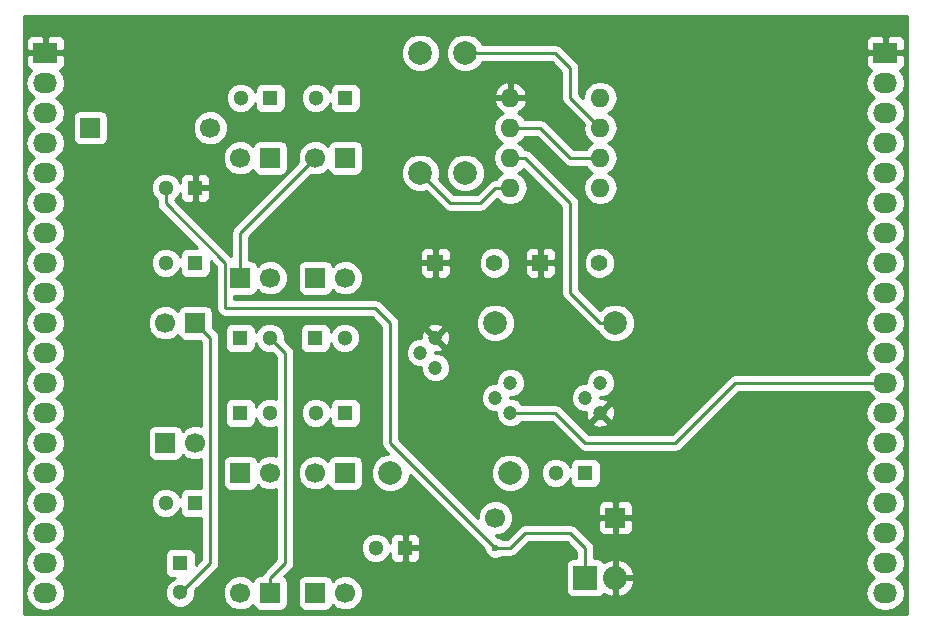
<source format=gbr>
G04 #@! TF.FileFunction,Copper,L2,Bot,Signal*
%FSLAX46Y46*%
G04 Gerber Fmt 4.6, Leading zero omitted, Abs format (unit mm)*
G04 Created by KiCad (PCBNEW 4.0.3+e1-6302~38~ubuntu16.04.1-stable) date Thu Aug 25 17:14:47 2016*
%MOMM*%
%LPD*%
G01*
G04 APERTURE LIST*
%ADD10C,0.100000*%
%ADD11R,1.400000X1.400000*%
%ADD12C,1.400000*%
%ADD13C,1.699260*%
%ADD14R,1.699260X1.699260*%
%ADD15C,1.998980*%
%ADD16O,1.600000X1.600000*%
%ADD17R,1.300000X1.300000*%
%ADD18C,1.300000*%
%ADD19C,1.200000*%
%ADD20R,2.032000X2.032000*%
%ADD21O,2.032000X2.032000*%
%ADD22R,2.032000X1.727200*%
%ADD23O,2.032000X1.727200*%
%ADD24C,0.600000*%
%ADD25C,0.250000*%
%ADD26C,0.254000*%
G04 APERTURE END LIST*
D10*
D11*
X115570000Y-53340000D03*
D12*
X120570000Y-53340000D03*
D11*
X106680000Y-53340000D03*
D12*
X111680000Y-53340000D03*
D13*
X111759480Y-74932540D03*
D14*
X121919480Y-74932540D03*
D13*
X99062540Y-81280520D03*
D14*
X99062540Y-71120520D03*
D13*
X96517460Y-71119480D03*
D14*
X96517460Y-81279480D03*
D13*
X99062540Y-54610520D03*
D14*
X99062540Y-44450520D03*
D13*
X96517460Y-44449480D03*
D14*
X96517460Y-54609480D03*
D13*
X90167460Y-44449480D03*
D14*
X90167460Y-54609480D03*
D13*
X92712540Y-54610520D03*
D14*
X92712540Y-44450520D03*
D13*
X92707460Y-71119480D03*
D14*
X92707460Y-81279480D03*
D13*
X90172540Y-81280520D03*
D14*
X90172540Y-71120520D03*
D13*
X86362540Y-68580520D03*
D14*
X86362540Y-58420520D03*
D13*
X83817460Y-58419480D03*
D14*
X83817460Y-68579480D03*
D13*
X87630520Y-41907460D03*
D14*
X77470520Y-41907460D03*
D15*
X105410000Y-35560000D03*
X105410000Y-45720000D03*
X109220000Y-35560000D03*
X109220000Y-45720000D03*
X111760000Y-58420000D03*
X121920000Y-58420000D03*
X113030000Y-71120000D03*
X102870000Y-71120000D03*
D16*
X113030000Y-39370000D03*
X113030000Y-41910000D03*
X113030000Y-44450000D03*
X113030000Y-46990000D03*
X120650000Y-46990000D03*
X120650000Y-44450000D03*
X120650000Y-41910000D03*
X120650000Y-39370000D03*
D17*
X86360000Y-46990000D03*
D18*
X83860000Y-46990000D03*
D17*
X86360000Y-53340000D03*
D18*
X83860000Y-53340000D03*
D17*
X86360000Y-73660000D03*
D18*
X83860000Y-73660000D03*
D17*
X85090000Y-78740000D03*
D18*
X85090000Y-81240000D03*
D17*
X90170000Y-66040000D03*
D18*
X92670000Y-66040000D03*
D17*
X90170000Y-59690000D03*
D18*
X92670000Y-59690000D03*
D17*
X92710000Y-39370000D03*
D18*
X90210000Y-39370000D03*
D17*
X99060000Y-39370000D03*
D18*
X96560000Y-39370000D03*
D17*
X96520000Y-59690000D03*
D18*
X99020000Y-59690000D03*
D17*
X99060000Y-66040000D03*
D18*
X96560000Y-66040000D03*
D17*
X104140000Y-77470000D03*
D18*
X101640000Y-77470000D03*
D17*
X119380000Y-71120000D03*
D18*
X116880000Y-71120000D03*
D19*
X106680000Y-59690000D03*
X105410000Y-60960000D03*
X106680000Y-62230000D03*
X120650000Y-63500000D03*
X119380000Y-64770000D03*
X120650000Y-66040000D03*
X113030000Y-63500000D03*
X111760000Y-64770000D03*
X113030000Y-66040000D03*
D20*
X119380000Y-80010000D03*
D21*
X121920000Y-80010000D03*
D22*
X73660000Y-35560000D03*
D23*
X73660000Y-38100000D03*
X73660000Y-40640000D03*
X73660000Y-43180000D03*
X73660000Y-45720000D03*
X73660000Y-48260000D03*
X73660000Y-50800000D03*
X73660000Y-53340000D03*
X73660000Y-55880000D03*
X73660000Y-58420000D03*
X73660000Y-60960000D03*
X73660000Y-63500000D03*
X73660000Y-66040000D03*
X73660000Y-68580000D03*
X73660000Y-71120000D03*
X73660000Y-73660000D03*
X73660000Y-76200000D03*
X73660000Y-78740000D03*
X73660000Y-81280000D03*
D22*
X144780000Y-35560000D03*
D23*
X144780000Y-38100000D03*
X144780000Y-40640000D03*
X144780000Y-43180000D03*
X144780000Y-45720000D03*
X144780000Y-48260000D03*
X144780000Y-50800000D03*
X144780000Y-53340000D03*
X144780000Y-55880000D03*
X144780000Y-58420000D03*
X144780000Y-60960000D03*
X144780000Y-63500000D03*
X144780000Y-66040000D03*
X144780000Y-68580000D03*
X144780000Y-71120000D03*
X144780000Y-73660000D03*
X144780000Y-76200000D03*
X144780000Y-78740000D03*
X144780000Y-81280000D03*
D24*
X111760000Y-77470000D03*
D25*
X120650000Y-44450000D02*
X118110000Y-44450000D01*
X115570000Y-41910000D02*
X113030000Y-41910000D01*
X118110000Y-44450000D02*
X115570000Y-41910000D01*
X90167460Y-54609480D02*
X90167460Y-50799480D01*
X90167460Y-50799480D02*
X96517460Y-44449480D01*
X92707460Y-81279480D02*
X92707460Y-80012540D01*
X93980000Y-61000000D02*
X92670000Y-59690000D01*
X93980000Y-78740000D02*
X93980000Y-61000000D01*
X92707460Y-80012540D02*
X93980000Y-78740000D01*
X85090000Y-81240000D02*
X85130000Y-81240000D01*
X85130000Y-81240000D02*
X87630000Y-78740000D01*
X87630000Y-59687980D02*
X86362540Y-58420520D01*
X87630000Y-78740000D02*
X87630000Y-59687980D01*
X83860000Y-46990000D02*
X83860000Y-48300000D01*
X119380000Y-77470000D02*
X119380000Y-80010000D01*
X118110000Y-76200000D02*
X119380000Y-77470000D01*
X114300000Y-76200000D02*
X118110000Y-76200000D01*
X113030000Y-77470000D02*
X114300000Y-76200000D01*
X111760000Y-77470000D02*
X113030000Y-77470000D01*
X102870000Y-68580000D02*
X111760000Y-77470000D01*
X102870000Y-58420000D02*
X102870000Y-68580000D01*
X101600000Y-57150000D02*
X102870000Y-58420000D01*
X88900000Y-57150000D02*
X101600000Y-57150000D01*
X88900000Y-53340000D02*
X88900000Y-57150000D01*
X83860000Y-48300000D02*
X88900000Y-53340000D01*
X83860000Y-46990000D02*
X83860000Y-47030000D01*
X113030000Y-46990000D02*
X111760000Y-46990000D01*
X107950000Y-48260000D02*
X105410000Y-45720000D01*
X110490000Y-48260000D02*
X107950000Y-48260000D01*
X111760000Y-46990000D02*
X110490000Y-48260000D01*
X144780000Y-63500000D02*
X132080000Y-63500000D01*
X116840000Y-66040000D02*
X119380000Y-68580000D01*
X119380000Y-68580000D02*
X127000000Y-68580000D01*
X127000000Y-68580000D02*
X132080000Y-63500000D01*
X116840000Y-66040000D02*
X113030000Y-66040000D01*
X109220000Y-35560000D02*
X116840000Y-35560000D01*
X118110000Y-39370000D02*
X120650000Y-41910000D01*
X118110000Y-36830000D02*
X118110000Y-39370000D01*
X116840000Y-35560000D02*
X118110000Y-36830000D01*
X113030000Y-44450000D02*
X114300000Y-44450000D01*
X120650000Y-58420000D02*
X121920000Y-58420000D01*
X118110000Y-55880000D02*
X120650000Y-58420000D01*
X118110000Y-48260000D02*
X118110000Y-55880000D01*
X114300000Y-44450000D02*
X118110000Y-48260000D01*
D26*
G36*
X146610000Y-83110000D02*
X71830000Y-83110000D01*
X71830000Y-38100000D01*
X71976655Y-38100000D01*
X72090729Y-38673489D01*
X72415585Y-39159670D01*
X72730366Y-39370000D01*
X72415585Y-39580330D01*
X72090729Y-40066511D01*
X71976655Y-40640000D01*
X72090729Y-41213489D01*
X72415585Y-41699670D01*
X72730366Y-41910000D01*
X72415585Y-42120330D01*
X72090729Y-42606511D01*
X71976655Y-43180000D01*
X72090729Y-43753489D01*
X72415585Y-44239670D01*
X72730366Y-44450000D01*
X72415585Y-44660330D01*
X72090729Y-45146511D01*
X71976655Y-45720000D01*
X72090729Y-46293489D01*
X72415585Y-46779670D01*
X72730366Y-46990000D01*
X72415585Y-47200330D01*
X72090729Y-47686511D01*
X71976655Y-48260000D01*
X72090729Y-48833489D01*
X72415585Y-49319670D01*
X72730366Y-49530000D01*
X72415585Y-49740330D01*
X72090729Y-50226511D01*
X71976655Y-50800000D01*
X72090729Y-51373489D01*
X72415585Y-51859670D01*
X72730366Y-52070000D01*
X72415585Y-52280330D01*
X72090729Y-52766511D01*
X71976655Y-53340000D01*
X72090729Y-53913489D01*
X72415585Y-54399670D01*
X72730366Y-54610000D01*
X72415585Y-54820330D01*
X72090729Y-55306511D01*
X71976655Y-55880000D01*
X72090729Y-56453489D01*
X72415585Y-56939670D01*
X72730366Y-57150000D01*
X72415585Y-57360330D01*
X72090729Y-57846511D01*
X71976655Y-58420000D01*
X72090729Y-58993489D01*
X72415585Y-59479670D01*
X72730366Y-59690000D01*
X72415585Y-59900330D01*
X72090729Y-60386511D01*
X71976655Y-60960000D01*
X72090729Y-61533489D01*
X72415585Y-62019670D01*
X72730366Y-62230000D01*
X72415585Y-62440330D01*
X72090729Y-62926511D01*
X71976655Y-63500000D01*
X72090729Y-64073489D01*
X72415585Y-64559670D01*
X72730366Y-64770000D01*
X72415585Y-64980330D01*
X72090729Y-65466511D01*
X71976655Y-66040000D01*
X72090729Y-66613489D01*
X72415585Y-67099670D01*
X72730366Y-67310000D01*
X72415585Y-67520330D01*
X72090729Y-68006511D01*
X71976655Y-68580000D01*
X72090729Y-69153489D01*
X72415585Y-69639670D01*
X72730366Y-69850000D01*
X72415585Y-70060330D01*
X72090729Y-70546511D01*
X71976655Y-71120000D01*
X72090729Y-71693489D01*
X72415585Y-72179670D01*
X72730366Y-72390000D01*
X72415585Y-72600330D01*
X72090729Y-73086511D01*
X71976655Y-73660000D01*
X72090729Y-74233489D01*
X72415585Y-74719670D01*
X72730366Y-74930000D01*
X72415585Y-75140330D01*
X72090729Y-75626511D01*
X71976655Y-76200000D01*
X72090729Y-76773489D01*
X72415585Y-77259670D01*
X72730366Y-77470000D01*
X72415585Y-77680330D01*
X72090729Y-78166511D01*
X71976655Y-78740000D01*
X72090729Y-79313489D01*
X72415585Y-79799670D01*
X72730366Y-80010000D01*
X72415585Y-80220330D01*
X72090729Y-80706511D01*
X71976655Y-81280000D01*
X72090729Y-81853489D01*
X72415585Y-82339670D01*
X72901766Y-82664526D01*
X73475255Y-82778600D01*
X73844745Y-82778600D01*
X74418234Y-82664526D01*
X74904415Y-82339670D01*
X75229271Y-81853489D01*
X75343345Y-81280000D01*
X75229271Y-80706511D01*
X74904415Y-80220330D01*
X74589634Y-80010000D01*
X74904415Y-79799670D01*
X75229271Y-79313489D01*
X75343345Y-78740000D01*
X75229271Y-78166511D01*
X74904415Y-77680330D01*
X74589634Y-77470000D01*
X74904415Y-77259670D01*
X75229271Y-76773489D01*
X75343345Y-76200000D01*
X75229271Y-75626511D01*
X74904415Y-75140330D01*
X74589634Y-74930000D01*
X74904415Y-74719670D01*
X75229271Y-74233489D01*
X75343345Y-73660000D01*
X75229271Y-73086511D01*
X74904415Y-72600330D01*
X74589634Y-72390000D01*
X74904415Y-72179670D01*
X75229271Y-71693489D01*
X75343345Y-71120000D01*
X75229271Y-70546511D01*
X74904415Y-70060330D01*
X74589634Y-69850000D01*
X74904415Y-69639670D01*
X75229271Y-69153489D01*
X75343345Y-68580000D01*
X75229271Y-68006511D01*
X75044412Y-67729850D01*
X82320390Y-67729850D01*
X82320390Y-69429110D01*
X82364668Y-69664427D01*
X82503740Y-69880551D01*
X82715940Y-70025541D01*
X82967830Y-70076550D01*
X84667090Y-70076550D01*
X84902407Y-70032272D01*
X85118531Y-69893200D01*
X85263521Y-69681000D01*
X85280356Y-69597865D01*
X85520466Y-69838394D01*
X86065933Y-70064892D01*
X86656556Y-70065408D01*
X86870000Y-69977214D01*
X86870000Y-72362560D01*
X85710000Y-72362560D01*
X85474683Y-72406838D01*
X85258559Y-72545910D01*
X85113569Y-72758110D01*
X85062560Y-73010000D01*
X85062560Y-73205460D01*
X84950005Y-72933057D01*
X84588845Y-72571265D01*
X84116724Y-72375223D01*
X83605519Y-72374777D01*
X83133057Y-72569995D01*
X82771265Y-72931155D01*
X82575223Y-73403276D01*
X82574777Y-73914481D01*
X82769995Y-74386943D01*
X83131155Y-74748735D01*
X83603276Y-74944777D01*
X84114481Y-74945223D01*
X84586943Y-74750005D01*
X84948735Y-74388845D01*
X85062560Y-74114724D01*
X85062560Y-74310000D01*
X85106838Y-74545317D01*
X85245910Y-74761441D01*
X85458110Y-74906431D01*
X85710000Y-74957440D01*
X86870000Y-74957440D01*
X86870000Y-78425198D01*
X86387440Y-78907758D01*
X86387440Y-78090000D01*
X86343162Y-77854683D01*
X86204090Y-77638559D01*
X85991890Y-77493569D01*
X85740000Y-77442560D01*
X84440000Y-77442560D01*
X84204683Y-77486838D01*
X83988559Y-77625910D01*
X83843569Y-77838110D01*
X83792560Y-78090000D01*
X83792560Y-79390000D01*
X83836838Y-79625317D01*
X83975910Y-79841441D01*
X84188110Y-79986431D01*
X84440000Y-80037440D01*
X84635460Y-80037440D01*
X84363057Y-80149995D01*
X84001265Y-80511155D01*
X83805223Y-80983276D01*
X83804777Y-81494481D01*
X83999995Y-81966943D01*
X84361155Y-82328735D01*
X84833276Y-82524777D01*
X85344481Y-82525223D01*
X85816943Y-82330005D01*
X86178735Y-81968845D01*
X86374777Y-81496724D01*
X86375150Y-81069652D01*
X88167401Y-79277401D01*
X88332148Y-79030839D01*
X88390000Y-78740000D01*
X88390000Y-70270890D01*
X88675470Y-70270890D01*
X88675470Y-71970150D01*
X88719748Y-72205467D01*
X88858820Y-72421591D01*
X89071020Y-72566581D01*
X89322910Y-72617590D01*
X91022170Y-72617590D01*
X91257487Y-72573312D01*
X91473611Y-72434240D01*
X91618601Y-72222040D01*
X91634073Y-72145637D01*
X91865386Y-72377354D01*
X92410853Y-72603852D01*
X93001476Y-72604368D01*
X93220000Y-72514075D01*
X93220000Y-78425198D01*
X92170059Y-79475139D01*
X92005312Y-79721701D01*
X91993236Y-79782410D01*
X91857830Y-79782410D01*
X91622513Y-79826688D01*
X91406389Y-79965760D01*
X91261399Y-80177960D01*
X91245927Y-80254363D01*
X91014614Y-80022646D01*
X90469147Y-79796148D01*
X89878524Y-79795632D01*
X89332663Y-80021178D01*
X88914666Y-80438446D01*
X88688168Y-80983913D01*
X88687652Y-81574536D01*
X88913198Y-82120397D01*
X89330466Y-82538394D01*
X89875933Y-82764892D01*
X90466556Y-82765408D01*
X91012417Y-82539862D01*
X91244151Y-82308532D01*
X91254668Y-82364427D01*
X91393740Y-82580551D01*
X91605940Y-82725541D01*
X91857830Y-82776550D01*
X93557090Y-82776550D01*
X93792407Y-82732272D01*
X94008531Y-82593200D01*
X94153521Y-82381000D01*
X94204530Y-82129110D01*
X94204530Y-80429850D01*
X95020390Y-80429850D01*
X95020390Y-82129110D01*
X95064668Y-82364427D01*
X95203740Y-82580551D01*
X95415940Y-82725541D01*
X95667830Y-82776550D01*
X97367090Y-82776550D01*
X97602407Y-82732272D01*
X97818531Y-82593200D01*
X97963521Y-82381000D01*
X97980356Y-82297865D01*
X98220466Y-82538394D01*
X98765933Y-82764892D01*
X99356556Y-82765408D01*
X99902417Y-82539862D01*
X100320414Y-82122594D01*
X100546912Y-81577127D01*
X100547428Y-80986504D01*
X100321882Y-80440643D01*
X99904614Y-80022646D01*
X99359147Y-79796148D01*
X98768524Y-79795632D01*
X98222663Y-80021178D01*
X97982705Y-80260717D01*
X97970252Y-80194533D01*
X97831180Y-79978409D01*
X97618980Y-79833419D01*
X97367090Y-79782410D01*
X95667830Y-79782410D01*
X95432513Y-79826688D01*
X95216389Y-79965760D01*
X95071399Y-80177960D01*
X95020390Y-80429850D01*
X94204530Y-80429850D01*
X94160252Y-80194533D01*
X94021180Y-79978409D01*
X93899520Y-79895282D01*
X94517401Y-79277401D01*
X94682148Y-79030840D01*
X94740000Y-78740000D01*
X94740000Y-77724481D01*
X100354777Y-77724481D01*
X100549995Y-78196943D01*
X100911155Y-78558735D01*
X101383276Y-78754777D01*
X101894481Y-78755223D01*
X102366943Y-78560005D01*
X102728735Y-78198845D01*
X102855000Y-77894765D01*
X102855000Y-78246310D01*
X102951673Y-78479699D01*
X103130302Y-78658327D01*
X103363691Y-78755000D01*
X103854250Y-78755000D01*
X104013000Y-78596250D01*
X104013000Y-77597000D01*
X104267000Y-77597000D01*
X104267000Y-78596250D01*
X104425750Y-78755000D01*
X104916309Y-78755000D01*
X105149698Y-78658327D01*
X105328327Y-78479699D01*
X105425000Y-78246310D01*
X105425000Y-77755750D01*
X105266250Y-77597000D01*
X104267000Y-77597000D01*
X104013000Y-77597000D01*
X103993000Y-77597000D01*
X103993000Y-77343000D01*
X104013000Y-77343000D01*
X104013000Y-76343750D01*
X104267000Y-76343750D01*
X104267000Y-77343000D01*
X105266250Y-77343000D01*
X105425000Y-77184250D01*
X105425000Y-76693690D01*
X105328327Y-76460301D01*
X105149698Y-76281673D01*
X104916309Y-76185000D01*
X104425750Y-76185000D01*
X104267000Y-76343750D01*
X104013000Y-76343750D01*
X103854250Y-76185000D01*
X103363691Y-76185000D01*
X103130302Y-76281673D01*
X102951673Y-76460301D01*
X102855000Y-76693690D01*
X102855000Y-77045567D01*
X102730005Y-76743057D01*
X102368845Y-76381265D01*
X101896724Y-76185223D01*
X101385519Y-76184777D01*
X100913057Y-76379995D01*
X100551265Y-76741155D01*
X100355223Y-77213276D01*
X100354777Y-77724481D01*
X94740000Y-77724481D01*
X94740000Y-71413496D01*
X95032572Y-71413496D01*
X95258118Y-71959357D01*
X95675386Y-72377354D01*
X96220853Y-72603852D01*
X96811476Y-72604368D01*
X97357337Y-72378822D01*
X97597295Y-72139283D01*
X97609748Y-72205467D01*
X97748820Y-72421591D01*
X97961020Y-72566581D01*
X98212910Y-72617590D01*
X99912170Y-72617590D01*
X100147487Y-72573312D01*
X100363611Y-72434240D01*
X100508601Y-72222040D01*
X100559610Y-71970150D01*
X100559610Y-70270890D01*
X100515332Y-70035573D01*
X100376260Y-69819449D01*
X100164060Y-69674459D01*
X99912170Y-69623450D01*
X98212910Y-69623450D01*
X97977593Y-69667728D01*
X97761469Y-69806800D01*
X97616479Y-70019000D01*
X97599644Y-70102135D01*
X97359534Y-69861606D01*
X96814067Y-69635108D01*
X96223444Y-69634592D01*
X95677583Y-69860138D01*
X95259586Y-70277406D01*
X95033088Y-70822873D01*
X95032572Y-71413496D01*
X94740000Y-71413496D01*
X94740000Y-66294481D01*
X95274777Y-66294481D01*
X95469995Y-66766943D01*
X95831155Y-67128735D01*
X96303276Y-67324777D01*
X96814481Y-67325223D01*
X97286943Y-67130005D01*
X97648735Y-66768845D01*
X97762560Y-66494724D01*
X97762560Y-66690000D01*
X97806838Y-66925317D01*
X97945910Y-67141441D01*
X98158110Y-67286431D01*
X98410000Y-67337440D01*
X99710000Y-67337440D01*
X99945317Y-67293162D01*
X100161441Y-67154090D01*
X100306431Y-66941890D01*
X100357440Y-66690000D01*
X100357440Y-65390000D01*
X100313162Y-65154683D01*
X100174090Y-64938559D01*
X99961890Y-64793569D01*
X99710000Y-64742560D01*
X98410000Y-64742560D01*
X98174683Y-64786838D01*
X97958559Y-64925910D01*
X97813569Y-65138110D01*
X97762560Y-65390000D01*
X97762560Y-65585460D01*
X97650005Y-65313057D01*
X97288845Y-64951265D01*
X96816724Y-64755223D01*
X96305519Y-64754777D01*
X95833057Y-64949995D01*
X95471265Y-65311155D01*
X95275223Y-65783276D01*
X95274777Y-66294481D01*
X94740000Y-66294481D01*
X94740000Y-61000000D01*
X94682148Y-60709161D01*
X94517401Y-60462599D01*
X93954818Y-59900016D01*
X93955223Y-59435519D01*
X93791798Y-59040000D01*
X95222560Y-59040000D01*
X95222560Y-60340000D01*
X95266838Y-60575317D01*
X95405910Y-60791441D01*
X95618110Y-60936431D01*
X95870000Y-60987440D01*
X97170000Y-60987440D01*
X97405317Y-60943162D01*
X97621441Y-60804090D01*
X97766431Y-60591890D01*
X97817440Y-60340000D01*
X97817440Y-60144540D01*
X97929995Y-60416943D01*
X98291155Y-60778735D01*
X98763276Y-60974777D01*
X99274481Y-60975223D01*
X99746943Y-60780005D01*
X100108735Y-60418845D01*
X100304777Y-59946724D01*
X100305223Y-59435519D01*
X100110005Y-58963057D01*
X99748845Y-58601265D01*
X99276724Y-58405223D01*
X98765519Y-58404777D01*
X98293057Y-58599995D01*
X97931265Y-58961155D01*
X97817440Y-59235276D01*
X97817440Y-59040000D01*
X97773162Y-58804683D01*
X97634090Y-58588559D01*
X97421890Y-58443569D01*
X97170000Y-58392560D01*
X95870000Y-58392560D01*
X95634683Y-58436838D01*
X95418559Y-58575910D01*
X95273569Y-58788110D01*
X95222560Y-59040000D01*
X93791798Y-59040000D01*
X93760005Y-58963057D01*
X93398845Y-58601265D01*
X92926724Y-58405223D01*
X92415519Y-58404777D01*
X91943057Y-58599995D01*
X91581265Y-58961155D01*
X91467440Y-59235276D01*
X91467440Y-59040000D01*
X91423162Y-58804683D01*
X91284090Y-58588559D01*
X91071890Y-58443569D01*
X90820000Y-58392560D01*
X89520000Y-58392560D01*
X89284683Y-58436838D01*
X89068559Y-58575910D01*
X88923569Y-58788110D01*
X88872560Y-59040000D01*
X88872560Y-60340000D01*
X88916838Y-60575317D01*
X89055910Y-60791441D01*
X89268110Y-60936431D01*
X89520000Y-60987440D01*
X90820000Y-60987440D01*
X91055317Y-60943162D01*
X91271441Y-60804090D01*
X91416431Y-60591890D01*
X91467440Y-60340000D01*
X91467440Y-60144540D01*
X91579995Y-60416943D01*
X91941155Y-60778735D01*
X92413276Y-60974777D01*
X92880383Y-60975185D01*
X93220000Y-61314802D01*
X93220000Y-64877002D01*
X92926724Y-64755223D01*
X92415519Y-64754777D01*
X91943057Y-64949995D01*
X91581265Y-65311155D01*
X91467440Y-65585276D01*
X91467440Y-65390000D01*
X91423162Y-65154683D01*
X91284090Y-64938559D01*
X91071890Y-64793569D01*
X90820000Y-64742560D01*
X89520000Y-64742560D01*
X89284683Y-64786838D01*
X89068559Y-64925910D01*
X88923569Y-65138110D01*
X88872560Y-65390000D01*
X88872560Y-66690000D01*
X88916838Y-66925317D01*
X89055910Y-67141441D01*
X89268110Y-67286431D01*
X89520000Y-67337440D01*
X90820000Y-67337440D01*
X91055317Y-67293162D01*
X91271441Y-67154090D01*
X91416431Y-66941890D01*
X91467440Y-66690000D01*
X91467440Y-66494540D01*
X91579995Y-66766943D01*
X91941155Y-67128735D01*
X92413276Y-67324777D01*
X92924481Y-67325223D01*
X93220000Y-67203117D01*
X93220000Y-69724771D01*
X93004067Y-69635108D01*
X92413444Y-69634592D01*
X91867583Y-69860138D01*
X91635849Y-70091468D01*
X91625332Y-70035573D01*
X91486260Y-69819449D01*
X91274060Y-69674459D01*
X91022170Y-69623450D01*
X89322910Y-69623450D01*
X89087593Y-69667728D01*
X88871469Y-69806800D01*
X88726479Y-70019000D01*
X88675470Y-70270890D01*
X88390000Y-70270890D01*
X88390000Y-59687980D01*
X88332148Y-59397141D01*
X88167401Y-59150579D01*
X87859610Y-58842788D01*
X87859610Y-57570890D01*
X87815332Y-57335573D01*
X87676260Y-57119449D01*
X87464060Y-56974459D01*
X87212170Y-56923450D01*
X85512910Y-56923450D01*
X85277593Y-56967728D01*
X85061469Y-57106800D01*
X84916479Y-57319000D01*
X84899644Y-57402135D01*
X84659534Y-57161606D01*
X84114067Y-56935108D01*
X83523444Y-56934592D01*
X82977583Y-57160138D01*
X82559586Y-57577406D01*
X82333088Y-58122873D01*
X82332572Y-58713496D01*
X82558118Y-59259357D01*
X82975386Y-59677354D01*
X83520853Y-59903852D01*
X84111476Y-59904368D01*
X84657337Y-59678822D01*
X84897295Y-59439283D01*
X84909748Y-59505467D01*
X85048820Y-59721591D01*
X85261020Y-59866581D01*
X85512910Y-59917590D01*
X86784808Y-59917590D01*
X86870000Y-60002782D01*
X86870000Y-67183702D01*
X86659147Y-67096148D01*
X86068524Y-67095632D01*
X85522663Y-67321178D01*
X85282705Y-67560717D01*
X85270252Y-67494533D01*
X85131180Y-67278409D01*
X84918980Y-67133419D01*
X84667090Y-67082410D01*
X82967830Y-67082410D01*
X82732513Y-67126688D01*
X82516389Y-67265760D01*
X82371399Y-67477960D01*
X82320390Y-67729850D01*
X75044412Y-67729850D01*
X74904415Y-67520330D01*
X74589634Y-67310000D01*
X74904415Y-67099670D01*
X75229271Y-66613489D01*
X75343345Y-66040000D01*
X75229271Y-65466511D01*
X74904415Y-64980330D01*
X74589634Y-64770000D01*
X74904415Y-64559670D01*
X75229271Y-64073489D01*
X75343345Y-63500000D01*
X75229271Y-62926511D01*
X74904415Y-62440330D01*
X74589634Y-62230000D01*
X74904415Y-62019670D01*
X75229271Y-61533489D01*
X75343345Y-60960000D01*
X75229271Y-60386511D01*
X74904415Y-59900330D01*
X74589634Y-59690000D01*
X74904415Y-59479670D01*
X75229271Y-58993489D01*
X75343345Y-58420000D01*
X75229271Y-57846511D01*
X74904415Y-57360330D01*
X74589634Y-57150000D01*
X74904415Y-56939670D01*
X75229271Y-56453489D01*
X75343345Y-55880000D01*
X75229271Y-55306511D01*
X74904415Y-54820330D01*
X74589634Y-54610000D01*
X74904415Y-54399670D01*
X75229271Y-53913489D01*
X75343345Y-53340000D01*
X75229271Y-52766511D01*
X74904415Y-52280330D01*
X74589634Y-52070000D01*
X74904415Y-51859670D01*
X75229271Y-51373489D01*
X75343345Y-50800000D01*
X75229271Y-50226511D01*
X74904415Y-49740330D01*
X74589634Y-49530000D01*
X74904415Y-49319670D01*
X75229271Y-48833489D01*
X75343345Y-48260000D01*
X75229271Y-47686511D01*
X74933916Y-47244481D01*
X82574777Y-47244481D01*
X82769995Y-47716943D01*
X83100000Y-48047525D01*
X83100000Y-48300000D01*
X83157852Y-48590839D01*
X83322599Y-48837401D01*
X86527758Y-52042560D01*
X85710000Y-52042560D01*
X85474683Y-52086838D01*
X85258559Y-52225910D01*
X85113569Y-52438110D01*
X85062560Y-52690000D01*
X85062560Y-52885460D01*
X84950005Y-52613057D01*
X84588845Y-52251265D01*
X84116724Y-52055223D01*
X83605519Y-52054777D01*
X83133057Y-52249995D01*
X82771265Y-52611155D01*
X82575223Y-53083276D01*
X82574777Y-53594481D01*
X82769995Y-54066943D01*
X83131155Y-54428735D01*
X83603276Y-54624777D01*
X84114481Y-54625223D01*
X84586943Y-54430005D01*
X84948735Y-54068845D01*
X85062560Y-53794724D01*
X85062560Y-53990000D01*
X85106838Y-54225317D01*
X85245910Y-54441441D01*
X85458110Y-54586431D01*
X85710000Y-54637440D01*
X87010000Y-54637440D01*
X87245317Y-54593162D01*
X87461441Y-54454090D01*
X87606431Y-54241890D01*
X87657440Y-53990000D01*
X87657440Y-53172242D01*
X88140000Y-53654802D01*
X88140000Y-57150000D01*
X88197852Y-57440839D01*
X88362599Y-57687401D01*
X88609161Y-57852148D01*
X88900000Y-57910000D01*
X101285198Y-57910000D01*
X102110000Y-58734802D01*
X102110000Y-68580000D01*
X102167852Y-68870839D01*
X102332599Y-69117401D01*
X102700559Y-69485361D01*
X102546306Y-69485226D01*
X101945345Y-69733538D01*
X101485154Y-70192927D01*
X101235794Y-70793453D01*
X101235226Y-71443694D01*
X101483538Y-72044655D01*
X101942927Y-72504846D01*
X102543453Y-72754206D01*
X103193694Y-72754774D01*
X103794655Y-72506462D01*
X104254846Y-72047073D01*
X104504206Y-71446547D01*
X104504343Y-71289145D01*
X110824878Y-77609680D01*
X110824838Y-77655167D01*
X110966883Y-77998943D01*
X111229673Y-78262192D01*
X111573201Y-78404838D01*
X111945167Y-78405162D01*
X112288943Y-78263117D01*
X112322118Y-78230000D01*
X113030000Y-78230000D01*
X113320839Y-78172148D01*
X113567401Y-78007401D01*
X114614802Y-76960000D01*
X117795198Y-76960000D01*
X118620000Y-77784802D01*
X118620000Y-78346560D01*
X118364000Y-78346560D01*
X118128683Y-78390838D01*
X117912559Y-78529910D01*
X117767569Y-78742110D01*
X117716560Y-78994000D01*
X117716560Y-81026000D01*
X117760838Y-81261317D01*
X117899910Y-81477441D01*
X118112110Y-81622431D01*
X118364000Y-81673440D01*
X120396000Y-81673440D01*
X120631317Y-81629162D01*
X120847441Y-81490090D01*
X120947856Y-81343128D01*
X120951621Y-81347188D01*
X121537054Y-81615983D01*
X121793000Y-81497367D01*
X121793000Y-80137000D01*
X122047000Y-80137000D01*
X122047000Y-81497367D01*
X122302946Y-81615983D01*
X122888379Y-81347188D01*
X123326385Y-80874818D01*
X123525975Y-80392944D01*
X123406836Y-80137000D01*
X122047000Y-80137000D01*
X121793000Y-80137000D01*
X121773000Y-80137000D01*
X121773000Y-79883000D01*
X121793000Y-79883000D01*
X121793000Y-78522633D01*
X122047000Y-78522633D01*
X122047000Y-79883000D01*
X123406836Y-79883000D01*
X123525975Y-79627056D01*
X123326385Y-79145182D01*
X122888379Y-78672812D01*
X122302946Y-78404017D01*
X122047000Y-78522633D01*
X121793000Y-78522633D01*
X121537054Y-78404017D01*
X120951621Y-78672812D01*
X120947066Y-78677724D01*
X120860090Y-78542559D01*
X120647890Y-78397569D01*
X120396000Y-78346560D01*
X120140000Y-78346560D01*
X120140000Y-77470000D01*
X120102843Y-77283201D01*
X120082148Y-77179160D01*
X119917401Y-76932599D01*
X118647401Y-75662599D01*
X118400839Y-75497852D01*
X118110000Y-75440000D01*
X114300000Y-75440000D01*
X114009160Y-75497852D01*
X113762599Y-75662599D01*
X112715198Y-76710000D01*
X112322463Y-76710000D01*
X112290327Y-76677808D01*
X111946799Y-76535162D01*
X111899923Y-76535121D01*
X111781993Y-76417191D01*
X112053496Y-76417428D01*
X112599357Y-76191882D01*
X113017354Y-75774614D01*
X113243852Y-75229147D01*
X113243861Y-75218290D01*
X120434850Y-75218290D01*
X120434850Y-75908480D01*
X120531523Y-76141869D01*
X120710152Y-76320497D01*
X120943541Y-76417170D01*
X121633730Y-76417170D01*
X121792480Y-76258420D01*
X121792480Y-75059540D01*
X122046480Y-75059540D01*
X122046480Y-76258420D01*
X122205230Y-76417170D01*
X122895419Y-76417170D01*
X123128808Y-76320497D01*
X123307437Y-76141869D01*
X123404110Y-75908480D01*
X123404110Y-75218290D01*
X123245360Y-75059540D01*
X122046480Y-75059540D01*
X121792480Y-75059540D01*
X120593600Y-75059540D01*
X120434850Y-75218290D01*
X113243861Y-75218290D01*
X113244368Y-74638524D01*
X113018822Y-74092663D01*
X112882997Y-73956600D01*
X120434850Y-73956600D01*
X120434850Y-74646790D01*
X120593600Y-74805540D01*
X121792480Y-74805540D01*
X121792480Y-73606660D01*
X122046480Y-73606660D01*
X122046480Y-74805540D01*
X123245360Y-74805540D01*
X123404110Y-74646790D01*
X123404110Y-73956600D01*
X123307437Y-73723211D01*
X123128808Y-73544583D01*
X122895419Y-73447910D01*
X122205230Y-73447910D01*
X122046480Y-73606660D01*
X121792480Y-73606660D01*
X121633730Y-73447910D01*
X120943541Y-73447910D01*
X120710152Y-73544583D01*
X120531523Y-73723211D01*
X120434850Y-73956600D01*
X112882997Y-73956600D01*
X112601554Y-73674666D01*
X112056087Y-73448168D01*
X111465464Y-73447652D01*
X110919603Y-73673198D01*
X110501606Y-74090466D01*
X110275108Y-74635933D01*
X110274869Y-74910067D01*
X106808496Y-71443694D01*
X111395226Y-71443694D01*
X111643538Y-72044655D01*
X112102927Y-72504846D01*
X112703453Y-72754206D01*
X113353694Y-72754774D01*
X113954655Y-72506462D01*
X114414846Y-72047073D01*
X114664206Y-71446547D01*
X114664268Y-71374481D01*
X115594777Y-71374481D01*
X115789995Y-71846943D01*
X116151155Y-72208735D01*
X116623276Y-72404777D01*
X117134481Y-72405223D01*
X117606943Y-72210005D01*
X117968735Y-71848845D01*
X118082560Y-71574724D01*
X118082560Y-71770000D01*
X118126838Y-72005317D01*
X118265910Y-72221441D01*
X118478110Y-72366431D01*
X118730000Y-72417440D01*
X120030000Y-72417440D01*
X120265317Y-72373162D01*
X120481441Y-72234090D01*
X120626431Y-72021890D01*
X120677440Y-71770000D01*
X120677440Y-70470000D01*
X120633162Y-70234683D01*
X120494090Y-70018559D01*
X120281890Y-69873569D01*
X120030000Y-69822560D01*
X118730000Y-69822560D01*
X118494683Y-69866838D01*
X118278559Y-70005910D01*
X118133569Y-70218110D01*
X118082560Y-70470000D01*
X118082560Y-70665460D01*
X117970005Y-70393057D01*
X117608845Y-70031265D01*
X117136724Y-69835223D01*
X116625519Y-69834777D01*
X116153057Y-70029995D01*
X115791265Y-70391155D01*
X115595223Y-70863276D01*
X115594777Y-71374481D01*
X114664268Y-71374481D01*
X114664774Y-70796306D01*
X114416462Y-70195345D01*
X113957073Y-69735154D01*
X113356547Y-69485794D01*
X112706306Y-69485226D01*
X112105345Y-69733538D01*
X111645154Y-70192927D01*
X111395794Y-70793453D01*
X111395226Y-71443694D01*
X106808496Y-71443694D01*
X103630000Y-68265198D01*
X103630000Y-65014579D01*
X110524786Y-65014579D01*
X110712408Y-65468657D01*
X111059515Y-65816371D01*
X111513266Y-66004785D01*
X111795030Y-66005031D01*
X111794786Y-66284579D01*
X111982408Y-66738657D01*
X112329515Y-67086371D01*
X112783266Y-67274785D01*
X113274579Y-67275214D01*
X113728657Y-67087592D01*
X114016752Y-66800000D01*
X116525198Y-66800000D01*
X118842599Y-69117401D01*
X119089160Y-69282148D01*
X119137414Y-69291746D01*
X119380000Y-69340000D01*
X127000000Y-69340000D01*
X127290839Y-69282148D01*
X127537401Y-69117401D01*
X132394802Y-64260000D01*
X143335352Y-64260000D01*
X143535585Y-64559670D01*
X143850366Y-64770000D01*
X143535585Y-64980330D01*
X143210729Y-65466511D01*
X143096655Y-66040000D01*
X143210729Y-66613489D01*
X143535585Y-67099670D01*
X143850366Y-67310000D01*
X143535585Y-67520330D01*
X143210729Y-68006511D01*
X143096655Y-68580000D01*
X143210729Y-69153489D01*
X143535585Y-69639670D01*
X143850366Y-69850000D01*
X143535585Y-70060330D01*
X143210729Y-70546511D01*
X143096655Y-71120000D01*
X143210729Y-71693489D01*
X143535585Y-72179670D01*
X143850366Y-72390000D01*
X143535585Y-72600330D01*
X143210729Y-73086511D01*
X143096655Y-73660000D01*
X143210729Y-74233489D01*
X143535585Y-74719670D01*
X143850366Y-74930000D01*
X143535585Y-75140330D01*
X143210729Y-75626511D01*
X143096655Y-76200000D01*
X143210729Y-76773489D01*
X143535585Y-77259670D01*
X143850366Y-77470000D01*
X143535585Y-77680330D01*
X143210729Y-78166511D01*
X143096655Y-78740000D01*
X143210729Y-79313489D01*
X143535585Y-79799670D01*
X143850366Y-80010000D01*
X143535585Y-80220330D01*
X143210729Y-80706511D01*
X143096655Y-81280000D01*
X143210729Y-81853489D01*
X143535585Y-82339670D01*
X144021766Y-82664526D01*
X144595255Y-82778600D01*
X144964745Y-82778600D01*
X145538234Y-82664526D01*
X146024415Y-82339670D01*
X146349271Y-81853489D01*
X146463345Y-81280000D01*
X146349271Y-80706511D01*
X146024415Y-80220330D01*
X145709634Y-80010000D01*
X146024415Y-79799670D01*
X146349271Y-79313489D01*
X146463345Y-78740000D01*
X146349271Y-78166511D01*
X146024415Y-77680330D01*
X145709634Y-77470000D01*
X146024415Y-77259670D01*
X146349271Y-76773489D01*
X146463345Y-76200000D01*
X146349271Y-75626511D01*
X146024415Y-75140330D01*
X145709634Y-74930000D01*
X146024415Y-74719670D01*
X146349271Y-74233489D01*
X146463345Y-73660000D01*
X146349271Y-73086511D01*
X146024415Y-72600330D01*
X145709634Y-72390000D01*
X146024415Y-72179670D01*
X146349271Y-71693489D01*
X146463345Y-71120000D01*
X146349271Y-70546511D01*
X146024415Y-70060330D01*
X145709634Y-69850000D01*
X146024415Y-69639670D01*
X146349271Y-69153489D01*
X146463345Y-68580000D01*
X146349271Y-68006511D01*
X146024415Y-67520330D01*
X145709634Y-67310000D01*
X146024415Y-67099670D01*
X146349271Y-66613489D01*
X146463345Y-66040000D01*
X146349271Y-65466511D01*
X146024415Y-64980330D01*
X145709634Y-64770000D01*
X146024415Y-64559670D01*
X146349271Y-64073489D01*
X146463345Y-63500000D01*
X146349271Y-62926511D01*
X146024415Y-62440330D01*
X145709634Y-62230000D01*
X146024415Y-62019670D01*
X146349271Y-61533489D01*
X146463345Y-60960000D01*
X146349271Y-60386511D01*
X146024415Y-59900330D01*
X145709634Y-59690000D01*
X146024415Y-59479670D01*
X146349271Y-58993489D01*
X146463345Y-58420000D01*
X146349271Y-57846511D01*
X146024415Y-57360330D01*
X145709634Y-57150000D01*
X146024415Y-56939670D01*
X146349271Y-56453489D01*
X146463345Y-55880000D01*
X146349271Y-55306511D01*
X146024415Y-54820330D01*
X145709634Y-54610000D01*
X146024415Y-54399670D01*
X146349271Y-53913489D01*
X146463345Y-53340000D01*
X146349271Y-52766511D01*
X146024415Y-52280330D01*
X145709634Y-52070000D01*
X146024415Y-51859670D01*
X146349271Y-51373489D01*
X146463345Y-50800000D01*
X146349271Y-50226511D01*
X146024415Y-49740330D01*
X145709634Y-49530000D01*
X146024415Y-49319670D01*
X146349271Y-48833489D01*
X146463345Y-48260000D01*
X146349271Y-47686511D01*
X146024415Y-47200330D01*
X145709634Y-46990000D01*
X146024415Y-46779670D01*
X146349271Y-46293489D01*
X146463345Y-45720000D01*
X146349271Y-45146511D01*
X146024415Y-44660330D01*
X145709634Y-44450000D01*
X146024415Y-44239670D01*
X146349271Y-43753489D01*
X146463345Y-43180000D01*
X146349271Y-42606511D01*
X146024415Y-42120330D01*
X145709634Y-41910000D01*
X146024415Y-41699670D01*
X146349271Y-41213489D01*
X146463345Y-40640000D01*
X146349271Y-40066511D01*
X146024415Y-39580330D01*
X145709634Y-39370000D01*
X146024415Y-39159670D01*
X146349271Y-38673489D01*
X146463345Y-38100000D01*
X146349271Y-37526511D01*
X146024415Y-37040330D01*
X146002220Y-37025500D01*
X146155699Y-36961927D01*
X146334327Y-36783298D01*
X146431000Y-36549909D01*
X146431000Y-35845750D01*
X146272250Y-35687000D01*
X144907000Y-35687000D01*
X144907000Y-35707000D01*
X144653000Y-35707000D01*
X144653000Y-35687000D01*
X143287750Y-35687000D01*
X143129000Y-35845750D01*
X143129000Y-36549909D01*
X143225673Y-36783298D01*
X143404301Y-36961927D01*
X143557780Y-37025500D01*
X143535585Y-37040330D01*
X143210729Y-37526511D01*
X143096655Y-38100000D01*
X143210729Y-38673489D01*
X143535585Y-39159670D01*
X143850366Y-39370000D01*
X143535585Y-39580330D01*
X143210729Y-40066511D01*
X143096655Y-40640000D01*
X143210729Y-41213489D01*
X143535585Y-41699670D01*
X143850366Y-41910000D01*
X143535585Y-42120330D01*
X143210729Y-42606511D01*
X143096655Y-43180000D01*
X143210729Y-43753489D01*
X143535585Y-44239670D01*
X143850366Y-44450000D01*
X143535585Y-44660330D01*
X143210729Y-45146511D01*
X143096655Y-45720000D01*
X143210729Y-46293489D01*
X143535585Y-46779670D01*
X143850366Y-46990000D01*
X143535585Y-47200330D01*
X143210729Y-47686511D01*
X143096655Y-48260000D01*
X143210729Y-48833489D01*
X143535585Y-49319670D01*
X143850366Y-49530000D01*
X143535585Y-49740330D01*
X143210729Y-50226511D01*
X143096655Y-50800000D01*
X143210729Y-51373489D01*
X143535585Y-51859670D01*
X143850366Y-52070000D01*
X143535585Y-52280330D01*
X143210729Y-52766511D01*
X143096655Y-53340000D01*
X143210729Y-53913489D01*
X143535585Y-54399670D01*
X143850366Y-54610000D01*
X143535585Y-54820330D01*
X143210729Y-55306511D01*
X143096655Y-55880000D01*
X143210729Y-56453489D01*
X143535585Y-56939670D01*
X143850366Y-57150000D01*
X143535585Y-57360330D01*
X143210729Y-57846511D01*
X143096655Y-58420000D01*
X143210729Y-58993489D01*
X143535585Y-59479670D01*
X143850366Y-59690000D01*
X143535585Y-59900330D01*
X143210729Y-60386511D01*
X143096655Y-60960000D01*
X143210729Y-61533489D01*
X143535585Y-62019670D01*
X143850366Y-62230000D01*
X143535585Y-62440330D01*
X143335352Y-62740000D01*
X132080000Y-62740000D01*
X131789161Y-62797852D01*
X131542599Y-62962599D01*
X126685198Y-67820000D01*
X119694802Y-67820000D01*
X118777537Y-66902735D01*
X119966870Y-66902735D01*
X120016383Y-67128164D01*
X120481036Y-67287807D01*
X120971413Y-67257482D01*
X121283617Y-67128164D01*
X121333130Y-66902735D01*
X120650000Y-66219605D01*
X119966870Y-66902735D01*
X118777537Y-66902735D01*
X117377401Y-65502599D01*
X117130839Y-65337852D01*
X116840000Y-65280000D01*
X114016356Y-65280000D01*
X113751399Y-65014579D01*
X118144786Y-65014579D01*
X118332408Y-65468657D01*
X118679515Y-65816371D01*
X119133266Y-66004785D01*
X119410479Y-66005027D01*
X119432518Y-66361413D01*
X119561836Y-66673617D01*
X119787265Y-66723130D01*
X120470395Y-66040000D01*
X120829605Y-66040000D01*
X121512735Y-66723130D01*
X121738164Y-66673617D01*
X121897807Y-66208964D01*
X121867482Y-65718587D01*
X121738164Y-65406383D01*
X121512735Y-65356870D01*
X120829605Y-66040000D01*
X120470395Y-66040000D01*
X120456253Y-66025858D01*
X120635858Y-65846253D01*
X120650000Y-65860395D01*
X121333130Y-65177265D01*
X121283617Y-64951836D01*
X120818964Y-64792193D01*
X120614970Y-64804808D01*
X120615031Y-64734970D01*
X120894579Y-64735214D01*
X121348657Y-64547592D01*
X121696371Y-64200485D01*
X121884785Y-63746734D01*
X121885214Y-63255421D01*
X121697592Y-62801343D01*
X121350485Y-62453629D01*
X120896734Y-62265215D01*
X120405421Y-62264786D01*
X119951343Y-62452408D01*
X119603629Y-62799515D01*
X119415215Y-63253266D01*
X119414969Y-63535030D01*
X119135421Y-63534786D01*
X118681343Y-63722408D01*
X118333629Y-64069515D01*
X118145215Y-64523266D01*
X118144786Y-65014579D01*
X113751399Y-65014579D01*
X113730485Y-64993629D01*
X113276734Y-64805215D01*
X112994970Y-64804969D01*
X112995031Y-64734970D01*
X113274579Y-64735214D01*
X113728657Y-64547592D01*
X114076371Y-64200485D01*
X114264785Y-63746734D01*
X114265214Y-63255421D01*
X114077592Y-62801343D01*
X113730485Y-62453629D01*
X113276734Y-62265215D01*
X112785421Y-62264786D01*
X112331343Y-62452408D01*
X111983629Y-62799515D01*
X111795215Y-63253266D01*
X111794969Y-63535030D01*
X111515421Y-63534786D01*
X111061343Y-63722408D01*
X110713629Y-64069515D01*
X110525215Y-64523266D01*
X110524786Y-65014579D01*
X103630000Y-65014579D01*
X103630000Y-61204579D01*
X104174786Y-61204579D01*
X104362408Y-61658657D01*
X104709515Y-62006371D01*
X105163266Y-62194785D01*
X105445030Y-62195031D01*
X105444786Y-62474579D01*
X105632408Y-62928657D01*
X105979515Y-63276371D01*
X106433266Y-63464785D01*
X106924579Y-63465214D01*
X107378657Y-63277592D01*
X107726371Y-62930485D01*
X107914785Y-62476734D01*
X107915214Y-61985421D01*
X107727592Y-61531343D01*
X107380485Y-61183629D01*
X106926734Y-60995215D01*
X106644970Y-60994969D01*
X106645027Y-60929521D01*
X107001413Y-60907482D01*
X107313617Y-60778164D01*
X107363130Y-60552735D01*
X106680000Y-59869605D01*
X106665858Y-59883748D01*
X106486253Y-59704143D01*
X106500395Y-59690000D01*
X106859605Y-59690000D01*
X107542735Y-60373130D01*
X107768164Y-60323617D01*
X107927807Y-59858964D01*
X107897482Y-59368587D01*
X107768164Y-59056383D01*
X107542735Y-59006870D01*
X106859605Y-59690000D01*
X106500395Y-59690000D01*
X105817265Y-59006870D01*
X105591836Y-59056383D01*
X105432193Y-59521036D01*
X105444808Y-59725030D01*
X105165421Y-59724786D01*
X104711343Y-59912408D01*
X104363629Y-60259515D01*
X104175215Y-60713266D01*
X104174786Y-61204579D01*
X103630000Y-61204579D01*
X103630000Y-58827265D01*
X105996870Y-58827265D01*
X106680000Y-59510395D01*
X107363130Y-58827265D01*
X107344775Y-58743694D01*
X110125226Y-58743694D01*
X110373538Y-59344655D01*
X110832927Y-59804846D01*
X111433453Y-60054206D01*
X112083694Y-60054774D01*
X112684655Y-59806462D01*
X113144846Y-59347073D01*
X113394206Y-58746547D01*
X113394774Y-58096306D01*
X113146462Y-57495345D01*
X112687073Y-57035154D01*
X112086547Y-56785794D01*
X111436306Y-56785226D01*
X110835345Y-57033538D01*
X110375154Y-57492927D01*
X110125794Y-58093453D01*
X110125226Y-58743694D01*
X107344775Y-58743694D01*
X107313617Y-58601836D01*
X106848964Y-58442193D01*
X106358587Y-58472518D01*
X106046383Y-58601836D01*
X105996870Y-58827265D01*
X103630000Y-58827265D01*
X103630000Y-58420000D01*
X103624542Y-58392560D01*
X103572148Y-58129160D01*
X103407401Y-57882599D01*
X102137401Y-56612599D01*
X101890839Y-56447852D01*
X101600000Y-56390000D01*
X89660000Y-56390000D01*
X89660000Y-56106550D01*
X91017090Y-56106550D01*
X91252407Y-56062272D01*
X91468531Y-55923200D01*
X91613521Y-55711000D01*
X91630356Y-55627865D01*
X91870466Y-55868394D01*
X92415933Y-56094892D01*
X93006556Y-56095408D01*
X93552417Y-55869862D01*
X93970414Y-55452594D01*
X94196912Y-54907127D01*
X94197428Y-54316504D01*
X93971882Y-53770643D01*
X93961108Y-53759850D01*
X95020390Y-53759850D01*
X95020390Y-55459110D01*
X95064668Y-55694427D01*
X95203740Y-55910551D01*
X95415940Y-56055541D01*
X95667830Y-56106550D01*
X97367090Y-56106550D01*
X97602407Y-56062272D01*
X97818531Y-55923200D01*
X97963521Y-55711000D01*
X97980356Y-55627865D01*
X98220466Y-55868394D01*
X98765933Y-56094892D01*
X99356556Y-56095408D01*
X99902417Y-55869862D01*
X100320414Y-55452594D01*
X100546912Y-54907127D01*
X100547428Y-54316504D01*
X100321882Y-53770643D01*
X100177242Y-53625750D01*
X105345000Y-53625750D01*
X105345000Y-54166310D01*
X105441673Y-54399699D01*
X105620302Y-54578327D01*
X105853691Y-54675000D01*
X106394250Y-54675000D01*
X106553000Y-54516250D01*
X106553000Y-53467000D01*
X106807000Y-53467000D01*
X106807000Y-54516250D01*
X106965750Y-54675000D01*
X107506309Y-54675000D01*
X107739698Y-54578327D01*
X107918327Y-54399699D01*
X108015000Y-54166310D01*
X108015000Y-53625750D01*
X107993633Y-53604383D01*
X110344769Y-53604383D01*
X110547582Y-54095229D01*
X110922796Y-54471098D01*
X111413287Y-54674768D01*
X111944383Y-54675231D01*
X112435229Y-54472418D01*
X112811098Y-54097204D01*
X113006863Y-53625750D01*
X114235000Y-53625750D01*
X114235000Y-54166310D01*
X114331673Y-54399699D01*
X114510302Y-54578327D01*
X114743691Y-54675000D01*
X115284250Y-54675000D01*
X115443000Y-54516250D01*
X115443000Y-53467000D01*
X115697000Y-53467000D01*
X115697000Y-54516250D01*
X115855750Y-54675000D01*
X116396309Y-54675000D01*
X116629698Y-54578327D01*
X116808327Y-54399699D01*
X116905000Y-54166310D01*
X116905000Y-53625750D01*
X116746250Y-53467000D01*
X115697000Y-53467000D01*
X115443000Y-53467000D01*
X114393750Y-53467000D01*
X114235000Y-53625750D01*
X113006863Y-53625750D01*
X113014768Y-53606713D01*
X113015231Y-53075617D01*
X112812418Y-52584771D01*
X112741461Y-52513690D01*
X114235000Y-52513690D01*
X114235000Y-53054250D01*
X114393750Y-53213000D01*
X115443000Y-53213000D01*
X115443000Y-52163750D01*
X115697000Y-52163750D01*
X115697000Y-53213000D01*
X116746250Y-53213000D01*
X116905000Y-53054250D01*
X116905000Y-52513690D01*
X116808327Y-52280301D01*
X116629698Y-52101673D01*
X116396309Y-52005000D01*
X115855750Y-52005000D01*
X115697000Y-52163750D01*
X115443000Y-52163750D01*
X115284250Y-52005000D01*
X114743691Y-52005000D01*
X114510302Y-52101673D01*
X114331673Y-52280301D01*
X114235000Y-52513690D01*
X112741461Y-52513690D01*
X112437204Y-52208902D01*
X111946713Y-52005232D01*
X111415617Y-52004769D01*
X110924771Y-52207582D01*
X110548902Y-52582796D01*
X110345232Y-53073287D01*
X110344769Y-53604383D01*
X107993633Y-53604383D01*
X107856250Y-53467000D01*
X106807000Y-53467000D01*
X106553000Y-53467000D01*
X105503750Y-53467000D01*
X105345000Y-53625750D01*
X100177242Y-53625750D01*
X99904614Y-53352646D01*
X99359147Y-53126148D01*
X98768524Y-53125632D01*
X98222663Y-53351178D01*
X97982705Y-53590717D01*
X97970252Y-53524533D01*
X97831180Y-53308409D01*
X97618980Y-53163419D01*
X97367090Y-53112410D01*
X95667830Y-53112410D01*
X95432513Y-53156688D01*
X95216389Y-53295760D01*
X95071399Y-53507960D01*
X95020390Y-53759850D01*
X93961108Y-53759850D01*
X93554614Y-53352646D01*
X93009147Y-53126148D01*
X92418524Y-53125632D01*
X91872663Y-53351178D01*
X91632705Y-53590717D01*
X91620252Y-53524533D01*
X91481180Y-53308409D01*
X91268980Y-53163419D01*
X91017090Y-53112410D01*
X90927460Y-53112410D01*
X90927460Y-52513690D01*
X105345000Y-52513690D01*
X105345000Y-53054250D01*
X105503750Y-53213000D01*
X106553000Y-53213000D01*
X106553000Y-52163750D01*
X106807000Y-52163750D01*
X106807000Y-53213000D01*
X107856250Y-53213000D01*
X108015000Y-53054250D01*
X108015000Y-52513690D01*
X107918327Y-52280301D01*
X107739698Y-52101673D01*
X107506309Y-52005000D01*
X106965750Y-52005000D01*
X106807000Y-52163750D01*
X106553000Y-52163750D01*
X106394250Y-52005000D01*
X105853691Y-52005000D01*
X105620302Y-52101673D01*
X105441673Y-52280301D01*
X105345000Y-52513690D01*
X90927460Y-52513690D01*
X90927460Y-51114282D01*
X95998048Y-46043694D01*
X103775226Y-46043694D01*
X104023538Y-46644655D01*
X104482927Y-47104846D01*
X105083453Y-47354206D01*
X105733694Y-47354774D01*
X105900889Y-47285691D01*
X107412599Y-48797401D01*
X107659160Y-48962148D01*
X107707414Y-48971746D01*
X107950000Y-49020000D01*
X110490000Y-49020000D01*
X110780839Y-48962148D01*
X111027401Y-48797401D01*
X111920264Y-47904538D01*
X111987189Y-48004698D01*
X112452736Y-48315767D01*
X113001887Y-48425000D01*
X113058113Y-48425000D01*
X113607264Y-48315767D01*
X114072811Y-48004698D01*
X114383880Y-47539151D01*
X114493113Y-46990000D01*
X114383880Y-46440849D01*
X114072811Y-45975302D01*
X113690725Y-45720000D01*
X114072811Y-45464698D01*
X114139736Y-45364538D01*
X117350000Y-48574802D01*
X117350000Y-55880000D01*
X117407852Y-56170839D01*
X117572599Y-56417401D01*
X120112599Y-58957401D01*
X120359160Y-59122148D01*
X120407414Y-59131746D01*
X120448982Y-59140015D01*
X120533538Y-59344655D01*
X120992927Y-59804846D01*
X121593453Y-60054206D01*
X122243694Y-60054774D01*
X122844655Y-59806462D01*
X123304846Y-59347073D01*
X123554206Y-58746547D01*
X123554774Y-58096306D01*
X123306462Y-57495345D01*
X122847073Y-57035154D01*
X122246547Y-56785794D01*
X121596306Y-56785226D01*
X120995345Y-57033538D01*
X120666556Y-57361754D01*
X118870000Y-55565198D01*
X118870000Y-53604383D01*
X119234769Y-53604383D01*
X119437582Y-54095229D01*
X119812796Y-54471098D01*
X120303287Y-54674768D01*
X120834383Y-54675231D01*
X121325229Y-54472418D01*
X121701098Y-54097204D01*
X121904768Y-53606713D01*
X121905231Y-53075617D01*
X121702418Y-52584771D01*
X121327204Y-52208902D01*
X120836713Y-52005232D01*
X120305617Y-52004769D01*
X119814771Y-52207582D01*
X119438902Y-52582796D01*
X119235232Y-53073287D01*
X119234769Y-53604383D01*
X118870000Y-53604383D01*
X118870000Y-48260000D01*
X118812148Y-47969161D01*
X118647401Y-47722599D01*
X114837401Y-43912599D01*
X114590839Y-43747852D01*
X114300000Y-43690000D01*
X114242995Y-43690000D01*
X114072811Y-43435302D01*
X113690725Y-43180000D01*
X114072811Y-42924698D01*
X114242995Y-42670000D01*
X115255198Y-42670000D01*
X117572599Y-44987401D01*
X117819160Y-45152148D01*
X117867414Y-45161746D01*
X118110000Y-45210000D01*
X119437005Y-45210000D01*
X119607189Y-45464698D01*
X119989275Y-45720000D01*
X119607189Y-45975302D01*
X119296120Y-46440849D01*
X119186887Y-46990000D01*
X119296120Y-47539151D01*
X119607189Y-48004698D01*
X120072736Y-48315767D01*
X120621887Y-48425000D01*
X120678113Y-48425000D01*
X121227264Y-48315767D01*
X121692811Y-48004698D01*
X122003880Y-47539151D01*
X122113113Y-46990000D01*
X122003880Y-46440849D01*
X121692811Y-45975302D01*
X121310725Y-45720000D01*
X121692811Y-45464698D01*
X122003880Y-44999151D01*
X122113113Y-44450000D01*
X122003880Y-43900849D01*
X121692811Y-43435302D01*
X121310725Y-43180000D01*
X121692811Y-42924698D01*
X122003880Y-42459151D01*
X122113113Y-41910000D01*
X122003880Y-41360849D01*
X121692811Y-40895302D01*
X121310725Y-40640000D01*
X121692811Y-40384698D01*
X122003880Y-39919151D01*
X122113113Y-39370000D01*
X122003880Y-38820849D01*
X121692811Y-38355302D01*
X121227264Y-38044233D01*
X120678113Y-37935000D01*
X120621887Y-37935000D01*
X120072736Y-38044233D01*
X119607189Y-38355302D01*
X119296120Y-38820849D01*
X119186887Y-39370000D01*
X119187405Y-39372603D01*
X118870000Y-39055198D01*
X118870000Y-36830000D01*
X118812148Y-36539161D01*
X118812148Y-36539160D01*
X118647401Y-36292599D01*
X117377401Y-35022599D01*
X117130839Y-34857852D01*
X116840000Y-34800000D01*
X110674496Y-34800000D01*
X110606462Y-34635345D01*
X110541322Y-34570091D01*
X143129000Y-34570091D01*
X143129000Y-35274250D01*
X143287750Y-35433000D01*
X144653000Y-35433000D01*
X144653000Y-34220150D01*
X144907000Y-34220150D01*
X144907000Y-35433000D01*
X146272250Y-35433000D01*
X146431000Y-35274250D01*
X146431000Y-34570091D01*
X146334327Y-34336702D01*
X146155699Y-34158073D01*
X145922310Y-34061400D01*
X145065750Y-34061400D01*
X144907000Y-34220150D01*
X144653000Y-34220150D01*
X144494250Y-34061400D01*
X143637690Y-34061400D01*
X143404301Y-34158073D01*
X143225673Y-34336702D01*
X143129000Y-34570091D01*
X110541322Y-34570091D01*
X110147073Y-34175154D01*
X109546547Y-33925794D01*
X108896306Y-33925226D01*
X108295345Y-34173538D01*
X107835154Y-34632927D01*
X107585794Y-35233453D01*
X107585226Y-35883694D01*
X107833538Y-36484655D01*
X108292927Y-36944846D01*
X108893453Y-37194206D01*
X109543694Y-37194774D01*
X110144655Y-36946462D01*
X110604846Y-36487073D01*
X110674221Y-36320000D01*
X116525198Y-36320000D01*
X117350000Y-37144802D01*
X117350000Y-39370000D01*
X117407852Y-39660839D01*
X117572599Y-39907401D01*
X119251312Y-41586114D01*
X119186887Y-41910000D01*
X119296120Y-42459151D01*
X119607189Y-42924698D01*
X119989275Y-43180000D01*
X119607189Y-43435302D01*
X119437005Y-43690000D01*
X118424802Y-43690000D01*
X116107401Y-41372599D01*
X115860839Y-41207852D01*
X115570000Y-41150000D01*
X114242995Y-41150000D01*
X114072811Y-40895302D01*
X113668297Y-40625014D01*
X113885134Y-40522389D01*
X114261041Y-40107423D01*
X114421904Y-39719039D01*
X114299915Y-39497000D01*
X113157000Y-39497000D01*
X113157000Y-39517000D01*
X112903000Y-39517000D01*
X112903000Y-39497000D01*
X111760085Y-39497000D01*
X111638096Y-39719039D01*
X111798959Y-40107423D01*
X112174866Y-40522389D01*
X112391703Y-40625014D01*
X111987189Y-40895302D01*
X111676120Y-41360849D01*
X111566887Y-41910000D01*
X111676120Y-42459151D01*
X111987189Y-42924698D01*
X112369275Y-43180000D01*
X111987189Y-43435302D01*
X111676120Y-43900849D01*
X111566887Y-44450000D01*
X111676120Y-44999151D01*
X111987189Y-45464698D01*
X112369275Y-45720000D01*
X111987189Y-45975302D01*
X111817005Y-46230000D01*
X111760000Y-46230000D01*
X111469160Y-46287852D01*
X111222599Y-46452599D01*
X110175198Y-47500000D01*
X108264802Y-47500000D01*
X106975885Y-46211083D01*
X107044206Y-46046547D01*
X107044208Y-46043694D01*
X107585226Y-46043694D01*
X107833538Y-46644655D01*
X108292927Y-47104846D01*
X108893453Y-47354206D01*
X109543694Y-47354774D01*
X110144655Y-47106462D01*
X110604846Y-46647073D01*
X110854206Y-46046547D01*
X110854774Y-45396306D01*
X110606462Y-44795345D01*
X110147073Y-44335154D01*
X109546547Y-44085794D01*
X108896306Y-44085226D01*
X108295345Y-44333538D01*
X107835154Y-44792927D01*
X107585794Y-45393453D01*
X107585226Y-46043694D01*
X107044208Y-46043694D01*
X107044774Y-45396306D01*
X106796462Y-44795345D01*
X106337073Y-44335154D01*
X105736547Y-44085794D01*
X105086306Y-44085226D01*
X104485345Y-44333538D01*
X104025154Y-44792927D01*
X103775794Y-45393453D01*
X103775226Y-46043694D01*
X95998048Y-46043694D01*
X96141034Y-45900708D01*
X96220853Y-45933852D01*
X96811476Y-45934368D01*
X97357337Y-45708822D01*
X97597295Y-45469283D01*
X97609748Y-45535467D01*
X97748820Y-45751591D01*
X97961020Y-45896581D01*
X98212910Y-45947590D01*
X99912170Y-45947590D01*
X100147487Y-45903312D01*
X100363611Y-45764240D01*
X100508601Y-45552040D01*
X100559610Y-45300150D01*
X100559610Y-43600890D01*
X100515332Y-43365573D01*
X100376260Y-43149449D01*
X100164060Y-43004459D01*
X99912170Y-42953450D01*
X98212910Y-42953450D01*
X97977593Y-42997728D01*
X97761469Y-43136800D01*
X97616479Y-43349000D01*
X97599644Y-43432135D01*
X97359534Y-43191606D01*
X96814067Y-42965108D01*
X96223444Y-42964592D01*
X95677583Y-43190138D01*
X95259586Y-43607406D01*
X95033088Y-44152873D01*
X95032572Y-44743496D01*
X95066509Y-44825629D01*
X89630059Y-50262079D01*
X89465312Y-50508641D01*
X89407460Y-50799480D01*
X89407460Y-52772658D01*
X84650931Y-48016129D01*
X84948735Y-47718845D01*
X85075000Y-47414765D01*
X85075000Y-47766310D01*
X85171673Y-47999699D01*
X85350302Y-48178327D01*
X85583691Y-48275000D01*
X86074250Y-48275000D01*
X86233000Y-48116250D01*
X86233000Y-47117000D01*
X86487000Y-47117000D01*
X86487000Y-48116250D01*
X86645750Y-48275000D01*
X87136309Y-48275000D01*
X87369698Y-48178327D01*
X87548327Y-47999699D01*
X87645000Y-47766310D01*
X87645000Y-47275750D01*
X87486250Y-47117000D01*
X86487000Y-47117000D01*
X86233000Y-47117000D01*
X86213000Y-47117000D01*
X86213000Y-46863000D01*
X86233000Y-46863000D01*
X86233000Y-45863750D01*
X86487000Y-45863750D01*
X86487000Y-46863000D01*
X87486250Y-46863000D01*
X87645000Y-46704250D01*
X87645000Y-46213690D01*
X87548327Y-45980301D01*
X87369698Y-45801673D01*
X87136309Y-45705000D01*
X86645750Y-45705000D01*
X86487000Y-45863750D01*
X86233000Y-45863750D01*
X86074250Y-45705000D01*
X85583691Y-45705000D01*
X85350302Y-45801673D01*
X85171673Y-45980301D01*
X85075000Y-46213690D01*
X85075000Y-46565567D01*
X84950005Y-46263057D01*
X84588845Y-45901265D01*
X84116724Y-45705223D01*
X83605519Y-45704777D01*
X83133057Y-45899995D01*
X82771265Y-46261155D01*
X82575223Y-46733276D01*
X82574777Y-47244481D01*
X74933916Y-47244481D01*
X74904415Y-47200330D01*
X74589634Y-46990000D01*
X74904415Y-46779670D01*
X75229271Y-46293489D01*
X75343345Y-45720000D01*
X75229271Y-45146511D01*
X74959985Y-44743496D01*
X88682572Y-44743496D01*
X88908118Y-45289357D01*
X89325386Y-45707354D01*
X89870853Y-45933852D01*
X90461476Y-45934368D01*
X91007337Y-45708822D01*
X91247295Y-45469283D01*
X91259748Y-45535467D01*
X91398820Y-45751591D01*
X91611020Y-45896581D01*
X91862910Y-45947590D01*
X93562170Y-45947590D01*
X93797487Y-45903312D01*
X94013611Y-45764240D01*
X94158601Y-45552040D01*
X94209610Y-45300150D01*
X94209610Y-43600890D01*
X94165332Y-43365573D01*
X94026260Y-43149449D01*
X93814060Y-43004459D01*
X93562170Y-42953450D01*
X91862910Y-42953450D01*
X91627593Y-42997728D01*
X91411469Y-43136800D01*
X91266479Y-43349000D01*
X91249644Y-43432135D01*
X91009534Y-43191606D01*
X90464067Y-42965108D01*
X89873444Y-42964592D01*
X89327583Y-43190138D01*
X88909586Y-43607406D01*
X88683088Y-44152873D01*
X88682572Y-44743496D01*
X74959985Y-44743496D01*
X74904415Y-44660330D01*
X74589634Y-44450000D01*
X74904415Y-44239670D01*
X75229271Y-43753489D01*
X75343345Y-43180000D01*
X75229271Y-42606511D01*
X74904415Y-42120330D01*
X74589634Y-41910000D01*
X74904415Y-41699670D01*
X75229271Y-41213489D01*
X75260233Y-41057830D01*
X75973450Y-41057830D01*
X75973450Y-42757090D01*
X76017728Y-42992407D01*
X76156800Y-43208531D01*
X76369000Y-43353521D01*
X76620890Y-43404530D01*
X78320150Y-43404530D01*
X78555467Y-43360252D01*
X78771591Y-43221180D01*
X78916581Y-43008980D01*
X78967590Y-42757090D01*
X78967590Y-42201476D01*
X86145632Y-42201476D01*
X86371178Y-42747337D01*
X86788446Y-43165334D01*
X87333913Y-43391832D01*
X87924536Y-43392348D01*
X88470397Y-43166802D01*
X88888394Y-42749534D01*
X89114892Y-42204067D01*
X89115408Y-41613444D01*
X88889862Y-41067583D01*
X88472594Y-40649586D01*
X87927127Y-40423088D01*
X87336504Y-40422572D01*
X86790643Y-40648118D01*
X86372646Y-41065386D01*
X86146148Y-41610853D01*
X86145632Y-42201476D01*
X78967590Y-42201476D01*
X78967590Y-41057830D01*
X78923312Y-40822513D01*
X78784240Y-40606389D01*
X78572040Y-40461399D01*
X78320150Y-40410390D01*
X76620890Y-40410390D01*
X76385573Y-40454668D01*
X76169449Y-40593740D01*
X76024459Y-40805940D01*
X75973450Y-41057830D01*
X75260233Y-41057830D01*
X75343345Y-40640000D01*
X75229271Y-40066511D01*
X74933916Y-39624481D01*
X88924777Y-39624481D01*
X89119995Y-40096943D01*
X89481155Y-40458735D01*
X89953276Y-40654777D01*
X90464481Y-40655223D01*
X90936943Y-40460005D01*
X91298735Y-40098845D01*
X91412560Y-39824724D01*
X91412560Y-40020000D01*
X91456838Y-40255317D01*
X91595910Y-40471441D01*
X91808110Y-40616431D01*
X92060000Y-40667440D01*
X93360000Y-40667440D01*
X93595317Y-40623162D01*
X93811441Y-40484090D01*
X93956431Y-40271890D01*
X94007440Y-40020000D01*
X94007440Y-39624481D01*
X95274777Y-39624481D01*
X95469995Y-40096943D01*
X95831155Y-40458735D01*
X96303276Y-40654777D01*
X96814481Y-40655223D01*
X97286943Y-40460005D01*
X97648735Y-40098845D01*
X97762560Y-39824724D01*
X97762560Y-40020000D01*
X97806838Y-40255317D01*
X97945910Y-40471441D01*
X98158110Y-40616431D01*
X98410000Y-40667440D01*
X99710000Y-40667440D01*
X99945317Y-40623162D01*
X100161441Y-40484090D01*
X100306431Y-40271890D01*
X100357440Y-40020000D01*
X100357440Y-39020961D01*
X111638096Y-39020961D01*
X111760085Y-39243000D01*
X112903000Y-39243000D01*
X112903000Y-38099371D01*
X113157000Y-38099371D01*
X113157000Y-39243000D01*
X114299915Y-39243000D01*
X114421904Y-39020961D01*
X114261041Y-38632577D01*
X113885134Y-38217611D01*
X113379041Y-37978086D01*
X113157000Y-38099371D01*
X112903000Y-38099371D01*
X112680959Y-37978086D01*
X112174866Y-38217611D01*
X111798959Y-38632577D01*
X111638096Y-39020961D01*
X100357440Y-39020961D01*
X100357440Y-38720000D01*
X100313162Y-38484683D01*
X100174090Y-38268559D01*
X99961890Y-38123569D01*
X99710000Y-38072560D01*
X98410000Y-38072560D01*
X98174683Y-38116838D01*
X97958559Y-38255910D01*
X97813569Y-38468110D01*
X97762560Y-38720000D01*
X97762560Y-38915460D01*
X97650005Y-38643057D01*
X97288845Y-38281265D01*
X96816724Y-38085223D01*
X96305519Y-38084777D01*
X95833057Y-38279995D01*
X95471265Y-38641155D01*
X95275223Y-39113276D01*
X95274777Y-39624481D01*
X94007440Y-39624481D01*
X94007440Y-38720000D01*
X93963162Y-38484683D01*
X93824090Y-38268559D01*
X93611890Y-38123569D01*
X93360000Y-38072560D01*
X92060000Y-38072560D01*
X91824683Y-38116838D01*
X91608559Y-38255910D01*
X91463569Y-38468110D01*
X91412560Y-38720000D01*
X91412560Y-38915460D01*
X91300005Y-38643057D01*
X90938845Y-38281265D01*
X90466724Y-38085223D01*
X89955519Y-38084777D01*
X89483057Y-38279995D01*
X89121265Y-38641155D01*
X88925223Y-39113276D01*
X88924777Y-39624481D01*
X74933916Y-39624481D01*
X74904415Y-39580330D01*
X74589634Y-39370000D01*
X74904415Y-39159670D01*
X75229271Y-38673489D01*
X75343345Y-38100000D01*
X75229271Y-37526511D01*
X74904415Y-37040330D01*
X74882220Y-37025500D01*
X75035699Y-36961927D01*
X75214327Y-36783298D01*
X75311000Y-36549909D01*
X75311000Y-35883694D01*
X103775226Y-35883694D01*
X104023538Y-36484655D01*
X104482927Y-36944846D01*
X105083453Y-37194206D01*
X105733694Y-37194774D01*
X106334655Y-36946462D01*
X106794846Y-36487073D01*
X107044206Y-35886547D01*
X107044774Y-35236306D01*
X106796462Y-34635345D01*
X106337073Y-34175154D01*
X105736547Y-33925794D01*
X105086306Y-33925226D01*
X104485345Y-34173538D01*
X104025154Y-34632927D01*
X103775794Y-35233453D01*
X103775226Y-35883694D01*
X75311000Y-35883694D01*
X75311000Y-35845750D01*
X75152250Y-35687000D01*
X73787000Y-35687000D01*
X73787000Y-35707000D01*
X73533000Y-35707000D01*
X73533000Y-35687000D01*
X72167750Y-35687000D01*
X72009000Y-35845750D01*
X72009000Y-36549909D01*
X72105673Y-36783298D01*
X72284301Y-36961927D01*
X72437780Y-37025500D01*
X72415585Y-37040330D01*
X72090729Y-37526511D01*
X71976655Y-38100000D01*
X71830000Y-38100000D01*
X71830000Y-34570091D01*
X72009000Y-34570091D01*
X72009000Y-35274250D01*
X72167750Y-35433000D01*
X73533000Y-35433000D01*
X73533000Y-34220150D01*
X73787000Y-34220150D01*
X73787000Y-35433000D01*
X75152250Y-35433000D01*
X75311000Y-35274250D01*
X75311000Y-34570091D01*
X75214327Y-34336702D01*
X75035699Y-34158073D01*
X74802310Y-34061400D01*
X73945750Y-34061400D01*
X73787000Y-34220150D01*
X73533000Y-34220150D01*
X73374250Y-34061400D01*
X72517690Y-34061400D01*
X72284301Y-34158073D01*
X72105673Y-34336702D01*
X72009000Y-34570091D01*
X71830000Y-34570091D01*
X71830000Y-32460000D01*
X146610000Y-32460000D01*
X146610000Y-83110000D01*
X146610000Y-83110000D01*
G37*
X146610000Y-83110000D02*
X71830000Y-83110000D01*
X71830000Y-38100000D01*
X71976655Y-38100000D01*
X72090729Y-38673489D01*
X72415585Y-39159670D01*
X72730366Y-39370000D01*
X72415585Y-39580330D01*
X72090729Y-40066511D01*
X71976655Y-40640000D01*
X72090729Y-41213489D01*
X72415585Y-41699670D01*
X72730366Y-41910000D01*
X72415585Y-42120330D01*
X72090729Y-42606511D01*
X71976655Y-43180000D01*
X72090729Y-43753489D01*
X72415585Y-44239670D01*
X72730366Y-44450000D01*
X72415585Y-44660330D01*
X72090729Y-45146511D01*
X71976655Y-45720000D01*
X72090729Y-46293489D01*
X72415585Y-46779670D01*
X72730366Y-46990000D01*
X72415585Y-47200330D01*
X72090729Y-47686511D01*
X71976655Y-48260000D01*
X72090729Y-48833489D01*
X72415585Y-49319670D01*
X72730366Y-49530000D01*
X72415585Y-49740330D01*
X72090729Y-50226511D01*
X71976655Y-50800000D01*
X72090729Y-51373489D01*
X72415585Y-51859670D01*
X72730366Y-52070000D01*
X72415585Y-52280330D01*
X72090729Y-52766511D01*
X71976655Y-53340000D01*
X72090729Y-53913489D01*
X72415585Y-54399670D01*
X72730366Y-54610000D01*
X72415585Y-54820330D01*
X72090729Y-55306511D01*
X71976655Y-55880000D01*
X72090729Y-56453489D01*
X72415585Y-56939670D01*
X72730366Y-57150000D01*
X72415585Y-57360330D01*
X72090729Y-57846511D01*
X71976655Y-58420000D01*
X72090729Y-58993489D01*
X72415585Y-59479670D01*
X72730366Y-59690000D01*
X72415585Y-59900330D01*
X72090729Y-60386511D01*
X71976655Y-60960000D01*
X72090729Y-61533489D01*
X72415585Y-62019670D01*
X72730366Y-62230000D01*
X72415585Y-62440330D01*
X72090729Y-62926511D01*
X71976655Y-63500000D01*
X72090729Y-64073489D01*
X72415585Y-64559670D01*
X72730366Y-64770000D01*
X72415585Y-64980330D01*
X72090729Y-65466511D01*
X71976655Y-66040000D01*
X72090729Y-66613489D01*
X72415585Y-67099670D01*
X72730366Y-67310000D01*
X72415585Y-67520330D01*
X72090729Y-68006511D01*
X71976655Y-68580000D01*
X72090729Y-69153489D01*
X72415585Y-69639670D01*
X72730366Y-69850000D01*
X72415585Y-70060330D01*
X72090729Y-70546511D01*
X71976655Y-71120000D01*
X72090729Y-71693489D01*
X72415585Y-72179670D01*
X72730366Y-72390000D01*
X72415585Y-72600330D01*
X72090729Y-73086511D01*
X71976655Y-73660000D01*
X72090729Y-74233489D01*
X72415585Y-74719670D01*
X72730366Y-74930000D01*
X72415585Y-75140330D01*
X72090729Y-75626511D01*
X71976655Y-76200000D01*
X72090729Y-76773489D01*
X72415585Y-77259670D01*
X72730366Y-77470000D01*
X72415585Y-77680330D01*
X72090729Y-78166511D01*
X71976655Y-78740000D01*
X72090729Y-79313489D01*
X72415585Y-79799670D01*
X72730366Y-80010000D01*
X72415585Y-80220330D01*
X72090729Y-80706511D01*
X71976655Y-81280000D01*
X72090729Y-81853489D01*
X72415585Y-82339670D01*
X72901766Y-82664526D01*
X73475255Y-82778600D01*
X73844745Y-82778600D01*
X74418234Y-82664526D01*
X74904415Y-82339670D01*
X75229271Y-81853489D01*
X75343345Y-81280000D01*
X75229271Y-80706511D01*
X74904415Y-80220330D01*
X74589634Y-80010000D01*
X74904415Y-79799670D01*
X75229271Y-79313489D01*
X75343345Y-78740000D01*
X75229271Y-78166511D01*
X74904415Y-77680330D01*
X74589634Y-77470000D01*
X74904415Y-77259670D01*
X75229271Y-76773489D01*
X75343345Y-76200000D01*
X75229271Y-75626511D01*
X74904415Y-75140330D01*
X74589634Y-74930000D01*
X74904415Y-74719670D01*
X75229271Y-74233489D01*
X75343345Y-73660000D01*
X75229271Y-73086511D01*
X74904415Y-72600330D01*
X74589634Y-72390000D01*
X74904415Y-72179670D01*
X75229271Y-71693489D01*
X75343345Y-71120000D01*
X75229271Y-70546511D01*
X74904415Y-70060330D01*
X74589634Y-69850000D01*
X74904415Y-69639670D01*
X75229271Y-69153489D01*
X75343345Y-68580000D01*
X75229271Y-68006511D01*
X75044412Y-67729850D01*
X82320390Y-67729850D01*
X82320390Y-69429110D01*
X82364668Y-69664427D01*
X82503740Y-69880551D01*
X82715940Y-70025541D01*
X82967830Y-70076550D01*
X84667090Y-70076550D01*
X84902407Y-70032272D01*
X85118531Y-69893200D01*
X85263521Y-69681000D01*
X85280356Y-69597865D01*
X85520466Y-69838394D01*
X86065933Y-70064892D01*
X86656556Y-70065408D01*
X86870000Y-69977214D01*
X86870000Y-72362560D01*
X85710000Y-72362560D01*
X85474683Y-72406838D01*
X85258559Y-72545910D01*
X85113569Y-72758110D01*
X85062560Y-73010000D01*
X85062560Y-73205460D01*
X84950005Y-72933057D01*
X84588845Y-72571265D01*
X84116724Y-72375223D01*
X83605519Y-72374777D01*
X83133057Y-72569995D01*
X82771265Y-72931155D01*
X82575223Y-73403276D01*
X82574777Y-73914481D01*
X82769995Y-74386943D01*
X83131155Y-74748735D01*
X83603276Y-74944777D01*
X84114481Y-74945223D01*
X84586943Y-74750005D01*
X84948735Y-74388845D01*
X85062560Y-74114724D01*
X85062560Y-74310000D01*
X85106838Y-74545317D01*
X85245910Y-74761441D01*
X85458110Y-74906431D01*
X85710000Y-74957440D01*
X86870000Y-74957440D01*
X86870000Y-78425198D01*
X86387440Y-78907758D01*
X86387440Y-78090000D01*
X86343162Y-77854683D01*
X86204090Y-77638559D01*
X85991890Y-77493569D01*
X85740000Y-77442560D01*
X84440000Y-77442560D01*
X84204683Y-77486838D01*
X83988559Y-77625910D01*
X83843569Y-77838110D01*
X83792560Y-78090000D01*
X83792560Y-79390000D01*
X83836838Y-79625317D01*
X83975910Y-79841441D01*
X84188110Y-79986431D01*
X84440000Y-80037440D01*
X84635460Y-80037440D01*
X84363057Y-80149995D01*
X84001265Y-80511155D01*
X83805223Y-80983276D01*
X83804777Y-81494481D01*
X83999995Y-81966943D01*
X84361155Y-82328735D01*
X84833276Y-82524777D01*
X85344481Y-82525223D01*
X85816943Y-82330005D01*
X86178735Y-81968845D01*
X86374777Y-81496724D01*
X86375150Y-81069652D01*
X88167401Y-79277401D01*
X88332148Y-79030839D01*
X88390000Y-78740000D01*
X88390000Y-70270890D01*
X88675470Y-70270890D01*
X88675470Y-71970150D01*
X88719748Y-72205467D01*
X88858820Y-72421591D01*
X89071020Y-72566581D01*
X89322910Y-72617590D01*
X91022170Y-72617590D01*
X91257487Y-72573312D01*
X91473611Y-72434240D01*
X91618601Y-72222040D01*
X91634073Y-72145637D01*
X91865386Y-72377354D01*
X92410853Y-72603852D01*
X93001476Y-72604368D01*
X93220000Y-72514075D01*
X93220000Y-78425198D01*
X92170059Y-79475139D01*
X92005312Y-79721701D01*
X91993236Y-79782410D01*
X91857830Y-79782410D01*
X91622513Y-79826688D01*
X91406389Y-79965760D01*
X91261399Y-80177960D01*
X91245927Y-80254363D01*
X91014614Y-80022646D01*
X90469147Y-79796148D01*
X89878524Y-79795632D01*
X89332663Y-80021178D01*
X88914666Y-80438446D01*
X88688168Y-80983913D01*
X88687652Y-81574536D01*
X88913198Y-82120397D01*
X89330466Y-82538394D01*
X89875933Y-82764892D01*
X90466556Y-82765408D01*
X91012417Y-82539862D01*
X91244151Y-82308532D01*
X91254668Y-82364427D01*
X91393740Y-82580551D01*
X91605940Y-82725541D01*
X91857830Y-82776550D01*
X93557090Y-82776550D01*
X93792407Y-82732272D01*
X94008531Y-82593200D01*
X94153521Y-82381000D01*
X94204530Y-82129110D01*
X94204530Y-80429850D01*
X95020390Y-80429850D01*
X95020390Y-82129110D01*
X95064668Y-82364427D01*
X95203740Y-82580551D01*
X95415940Y-82725541D01*
X95667830Y-82776550D01*
X97367090Y-82776550D01*
X97602407Y-82732272D01*
X97818531Y-82593200D01*
X97963521Y-82381000D01*
X97980356Y-82297865D01*
X98220466Y-82538394D01*
X98765933Y-82764892D01*
X99356556Y-82765408D01*
X99902417Y-82539862D01*
X100320414Y-82122594D01*
X100546912Y-81577127D01*
X100547428Y-80986504D01*
X100321882Y-80440643D01*
X99904614Y-80022646D01*
X99359147Y-79796148D01*
X98768524Y-79795632D01*
X98222663Y-80021178D01*
X97982705Y-80260717D01*
X97970252Y-80194533D01*
X97831180Y-79978409D01*
X97618980Y-79833419D01*
X97367090Y-79782410D01*
X95667830Y-79782410D01*
X95432513Y-79826688D01*
X95216389Y-79965760D01*
X95071399Y-80177960D01*
X95020390Y-80429850D01*
X94204530Y-80429850D01*
X94160252Y-80194533D01*
X94021180Y-79978409D01*
X93899520Y-79895282D01*
X94517401Y-79277401D01*
X94682148Y-79030840D01*
X94740000Y-78740000D01*
X94740000Y-77724481D01*
X100354777Y-77724481D01*
X100549995Y-78196943D01*
X100911155Y-78558735D01*
X101383276Y-78754777D01*
X101894481Y-78755223D01*
X102366943Y-78560005D01*
X102728735Y-78198845D01*
X102855000Y-77894765D01*
X102855000Y-78246310D01*
X102951673Y-78479699D01*
X103130302Y-78658327D01*
X103363691Y-78755000D01*
X103854250Y-78755000D01*
X104013000Y-78596250D01*
X104013000Y-77597000D01*
X104267000Y-77597000D01*
X104267000Y-78596250D01*
X104425750Y-78755000D01*
X104916309Y-78755000D01*
X105149698Y-78658327D01*
X105328327Y-78479699D01*
X105425000Y-78246310D01*
X105425000Y-77755750D01*
X105266250Y-77597000D01*
X104267000Y-77597000D01*
X104013000Y-77597000D01*
X103993000Y-77597000D01*
X103993000Y-77343000D01*
X104013000Y-77343000D01*
X104013000Y-76343750D01*
X104267000Y-76343750D01*
X104267000Y-77343000D01*
X105266250Y-77343000D01*
X105425000Y-77184250D01*
X105425000Y-76693690D01*
X105328327Y-76460301D01*
X105149698Y-76281673D01*
X104916309Y-76185000D01*
X104425750Y-76185000D01*
X104267000Y-76343750D01*
X104013000Y-76343750D01*
X103854250Y-76185000D01*
X103363691Y-76185000D01*
X103130302Y-76281673D01*
X102951673Y-76460301D01*
X102855000Y-76693690D01*
X102855000Y-77045567D01*
X102730005Y-76743057D01*
X102368845Y-76381265D01*
X101896724Y-76185223D01*
X101385519Y-76184777D01*
X100913057Y-76379995D01*
X100551265Y-76741155D01*
X100355223Y-77213276D01*
X100354777Y-77724481D01*
X94740000Y-77724481D01*
X94740000Y-71413496D01*
X95032572Y-71413496D01*
X95258118Y-71959357D01*
X95675386Y-72377354D01*
X96220853Y-72603852D01*
X96811476Y-72604368D01*
X97357337Y-72378822D01*
X97597295Y-72139283D01*
X97609748Y-72205467D01*
X97748820Y-72421591D01*
X97961020Y-72566581D01*
X98212910Y-72617590D01*
X99912170Y-72617590D01*
X100147487Y-72573312D01*
X100363611Y-72434240D01*
X100508601Y-72222040D01*
X100559610Y-71970150D01*
X100559610Y-70270890D01*
X100515332Y-70035573D01*
X100376260Y-69819449D01*
X100164060Y-69674459D01*
X99912170Y-69623450D01*
X98212910Y-69623450D01*
X97977593Y-69667728D01*
X97761469Y-69806800D01*
X97616479Y-70019000D01*
X97599644Y-70102135D01*
X97359534Y-69861606D01*
X96814067Y-69635108D01*
X96223444Y-69634592D01*
X95677583Y-69860138D01*
X95259586Y-70277406D01*
X95033088Y-70822873D01*
X95032572Y-71413496D01*
X94740000Y-71413496D01*
X94740000Y-66294481D01*
X95274777Y-66294481D01*
X95469995Y-66766943D01*
X95831155Y-67128735D01*
X96303276Y-67324777D01*
X96814481Y-67325223D01*
X97286943Y-67130005D01*
X97648735Y-66768845D01*
X97762560Y-66494724D01*
X97762560Y-66690000D01*
X97806838Y-66925317D01*
X97945910Y-67141441D01*
X98158110Y-67286431D01*
X98410000Y-67337440D01*
X99710000Y-67337440D01*
X99945317Y-67293162D01*
X100161441Y-67154090D01*
X100306431Y-66941890D01*
X100357440Y-66690000D01*
X100357440Y-65390000D01*
X100313162Y-65154683D01*
X100174090Y-64938559D01*
X99961890Y-64793569D01*
X99710000Y-64742560D01*
X98410000Y-64742560D01*
X98174683Y-64786838D01*
X97958559Y-64925910D01*
X97813569Y-65138110D01*
X97762560Y-65390000D01*
X97762560Y-65585460D01*
X97650005Y-65313057D01*
X97288845Y-64951265D01*
X96816724Y-64755223D01*
X96305519Y-64754777D01*
X95833057Y-64949995D01*
X95471265Y-65311155D01*
X95275223Y-65783276D01*
X95274777Y-66294481D01*
X94740000Y-66294481D01*
X94740000Y-61000000D01*
X94682148Y-60709161D01*
X94517401Y-60462599D01*
X93954818Y-59900016D01*
X93955223Y-59435519D01*
X93791798Y-59040000D01*
X95222560Y-59040000D01*
X95222560Y-60340000D01*
X95266838Y-60575317D01*
X95405910Y-60791441D01*
X95618110Y-60936431D01*
X95870000Y-60987440D01*
X97170000Y-60987440D01*
X97405317Y-60943162D01*
X97621441Y-60804090D01*
X97766431Y-60591890D01*
X97817440Y-60340000D01*
X97817440Y-60144540D01*
X97929995Y-60416943D01*
X98291155Y-60778735D01*
X98763276Y-60974777D01*
X99274481Y-60975223D01*
X99746943Y-60780005D01*
X100108735Y-60418845D01*
X100304777Y-59946724D01*
X100305223Y-59435519D01*
X100110005Y-58963057D01*
X99748845Y-58601265D01*
X99276724Y-58405223D01*
X98765519Y-58404777D01*
X98293057Y-58599995D01*
X97931265Y-58961155D01*
X97817440Y-59235276D01*
X97817440Y-59040000D01*
X97773162Y-58804683D01*
X97634090Y-58588559D01*
X97421890Y-58443569D01*
X97170000Y-58392560D01*
X95870000Y-58392560D01*
X95634683Y-58436838D01*
X95418559Y-58575910D01*
X95273569Y-58788110D01*
X95222560Y-59040000D01*
X93791798Y-59040000D01*
X93760005Y-58963057D01*
X93398845Y-58601265D01*
X92926724Y-58405223D01*
X92415519Y-58404777D01*
X91943057Y-58599995D01*
X91581265Y-58961155D01*
X91467440Y-59235276D01*
X91467440Y-59040000D01*
X91423162Y-58804683D01*
X91284090Y-58588559D01*
X91071890Y-58443569D01*
X90820000Y-58392560D01*
X89520000Y-58392560D01*
X89284683Y-58436838D01*
X89068559Y-58575910D01*
X88923569Y-58788110D01*
X88872560Y-59040000D01*
X88872560Y-60340000D01*
X88916838Y-60575317D01*
X89055910Y-60791441D01*
X89268110Y-60936431D01*
X89520000Y-60987440D01*
X90820000Y-60987440D01*
X91055317Y-60943162D01*
X91271441Y-60804090D01*
X91416431Y-60591890D01*
X91467440Y-60340000D01*
X91467440Y-60144540D01*
X91579995Y-60416943D01*
X91941155Y-60778735D01*
X92413276Y-60974777D01*
X92880383Y-60975185D01*
X93220000Y-61314802D01*
X93220000Y-64877002D01*
X92926724Y-64755223D01*
X92415519Y-64754777D01*
X91943057Y-64949995D01*
X91581265Y-65311155D01*
X91467440Y-65585276D01*
X91467440Y-65390000D01*
X91423162Y-65154683D01*
X91284090Y-64938559D01*
X91071890Y-64793569D01*
X90820000Y-64742560D01*
X89520000Y-64742560D01*
X89284683Y-64786838D01*
X89068559Y-64925910D01*
X88923569Y-65138110D01*
X88872560Y-65390000D01*
X88872560Y-66690000D01*
X88916838Y-66925317D01*
X89055910Y-67141441D01*
X89268110Y-67286431D01*
X89520000Y-67337440D01*
X90820000Y-67337440D01*
X91055317Y-67293162D01*
X91271441Y-67154090D01*
X91416431Y-66941890D01*
X91467440Y-66690000D01*
X91467440Y-66494540D01*
X91579995Y-66766943D01*
X91941155Y-67128735D01*
X92413276Y-67324777D01*
X92924481Y-67325223D01*
X93220000Y-67203117D01*
X93220000Y-69724771D01*
X93004067Y-69635108D01*
X92413444Y-69634592D01*
X91867583Y-69860138D01*
X91635849Y-70091468D01*
X91625332Y-70035573D01*
X91486260Y-69819449D01*
X91274060Y-69674459D01*
X91022170Y-69623450D01*
X89322910Y-69623450D01*
X89087593Y-69667728D01*
X88871469Y-69806800D01*
X88726479Y-70019000D01*
X88675470Y-70270890D01*
X88390000Y-70270890D01*
X88390000Y-59687980D01*
X88332148Y-59397141D01*
X88167401Y-59150579D01*
X87859610Y-58842788D01*
X87859610Y-57570890D01*
X87815332Y-57335573D01*
X87676260Y-57119449D01*
X87464060Y-56974459D01*
X87212170Y-56923450D01*
X85512910Y-56923450D01*
X85277593Y-56967728D01*
X85061469Y-57106800D01*
X84916479Y-57319000D01*
X84899644Y-57402135D01*
X84659534Y-57161606D01*
X84114067Y-56935108D01*
X83523444Y-56934592D01*
X82977583Y-57160138D01*
X82559586Y-57577406D01*
X82333088Y-58122873D01*
X82332572Y-58713496D01*
X82558118Y-59259357D01*
X82975386Y-59677354D01*
X83520853Y-59903852D01*
X84111476Y-59904368D01*
X84657337Y-59678822D01*
X84897295Y-59439283D01*
X84909748Y-59505467D01*
X85048820Y-59721591D01*
X85261020Y-59866581D01*
X85512910Y-59917590D01*
X86784808Y-59917590D01*
X86870000Y-60002782D01*
X86870000Y-67183702D01*
X86659147Y-67096148D01*
X86068524Y-67095632D01*
X85522663Y-67321178D01*
X85282705Y-67560717D01*
X85270252Y-67494533D01*
X85131180Y-67278409D01*
X84918980Y-67133419D01*
X84667090Y-67082410D01*
X82967830Y-67082410D01*
X82732513Y-67126688D01*
X82516389Y-67265760D01*
X82371399Y-67477960D01*
X82320390Y-67729850D01*
X75044412Y-67729850D01*
X74904415Y-67520330D01*
X74589634Y-67310000D01*
X74904415Y-67099670D01*
X75229271Y-66613489D01*
X75343345Y-66040000D01*
X75229271Y-65466511D01*
X74904415Y-64980330D01*
X74589634Y-64770000D01*
X74904415Y-64559670D01*
X75229271Y-64073489D01*
X75343345Y-63500000D01*
X75229271Y-62926511D01*
X74904415Y-62440330D01*
X74589634Y-62230000D01*
X74904415Y-62019670D01*
X75229271Y-61533489D01*
X75343345Y-60960000D01*
X75229271Y-60386511D01*
X74904415Y-59900330D01*
X74589634Y-59690000D01*
X74904415Y-59479670D01*
X75229271Y-58993489D01*
X75343345Y-58420000D01*
X75229271Y-57846511D01*
X74904415Y-57360330D01*
X74589634Y-57150000D01*
X74904415Y-56939670D01*
X75229271Y-56453489D01*
X75343345Y-55880000D01*
X75229271Y-55306511D01*
X74904415Y-54820330D01*
X74589634Y-54610000D01*
X74904415Y-54399670D01*
X75229271Y-53913489D01*
X75343345Y-53340000D01*
X75229271Y-52766511D01*
X74904415Y-52280330D01*
X74589634Y-52070000D01*
X74904415Y-51859670D01*
X75229271Y-51373489D01*
X75343345Y-50800000D01*
X75229271Y-50226511D01*
X74904415Y-49740330D01*
X74589634Y-49530000D01*
X74904415Y-49319670D01*
X75229271Y-48833489D01*
X75343345Y-48260000D01*
X75229271Y-47686511D01*
X74933916Y-47244481D01*
X82574777Y-47244481D01*
X82769995Y-47716943D01*
X83100000Y-48047525D01*
X83100000Y-48300000D01*
X83157852Y-48590839D01*
X83322599Y-48837401D01*
X86527758Y-52042560D01*
X85710000Y-52042560D01*
X85474683Y-52086838D01*
X85258559Y-52225910D01*
X85113569Y-52438110D01*
X85062560Y-52690000D01*
X85062560Y-52885460D01*
X84950005Y-52613057D01*
X84588845Y-52251265D01*
X84116724Y-52055223D01*
X83605519Y-52054777D01*
X83133057Y-52249995D01*
X82771265Y-52611155D01*
X82575223Y-53083276D01*
X82574777Y-53594481D01*
X82769995Y-54066943D01*
X83131155Y-54428735D01*
X83603276Y-54624777D01*
X84114481Y-54625223D01*
X84586943Y-54430005D01*
X84948735Y-54068845D01*
X85062560Y-53794724D01*
X85062560Y-53990000D01*
X85106838Y-54225317D01*
X85245910Y-54441441D01*
X85458110Y-54586431D01*
X85710000Y-54637440D01*
X87010000Y-54637440D01*
X87245317Y-54593162D01*
X87461441Y-54454090D01*
X87606431Y-54241890D01*
X87657440Y-53990000D01*
X87657440Y-53172242D01*
X88140000Y-53654802D01*
X88140000Y-57150000D01*
X88197852Y-57440839D01*
X88362599Y-57687401D01*
X88609161Y-57852148D01*
X88900000Y-57910000D01*
X101285198Y-57910000D01*
X102110000Y-58734802D01*
X102110000Y-68580000D01*
X102167852Y-68870839D01*
X102332599Y-69117401D01*
X102700559Y-69485361D01*
X102546306Y-69485226D01*
X101945345Y-69733538D01*
X101485154Y-70192927D01*
X101235794Y-70793453D01*
X101235226Y-71443694D01*
X101483538Y-72044655D01*
X101942927Y-72504846D01*
X102543453Y-72754206D01*
X103193694Y-72754774D01*
X103794655Y-72506462D01*
X104254846Y-72047073D01*
X104504206Y-71446547D01*
X104504343Y-71289145D01*
X110824878Y-77609680D01*
X110824838Y-77655167D01*
X110966883Y-77998943D01*
X111229673Y-78262192D01*
X111573201Y-78404838D01*
X111945167Y-78405162D01*
X112288943Y-78263117D01*
X112322118Y-78230000D01*
X113030000Y-78230000D01*
X113320839Y-78172148D01*
X113567401Y-78007401D01*
X114614802Y-76960000D01*
X117795198Y-76960000D01*
X118620000Y-77784802D01*
X118620000Y-78346560D01*
X118364000Y-78346560D01*
X118128683Y-78390838D01*
X117912559Y-78529910D01*
X117767569Y-78742110D01*
X117716560Y-78994000D01*
X117716560Y-81026000D01*
X117760838Y-81261317D01*
X117899910Y-81477441D01*
X118112110Y-81622431D01*
X118364000Y-81673440D01*
X120396000Y-81673440D01*
X120631317Y-81629162D01*
X120847441Y-81490090D01*
X120947856Y-81343128D01*
X120951621Y-81347188D01*
X121537054Y-81615983D01*
X121793000Y-81497367D01*
X121793000Y-80137000D01*
X122047000Y-80137000D01*
X122047000Y-81497367D01*
X122302946Y-81615983D01*
X122888379Y-81347188D01*
X123326385Y-80874818D01*
X123525975Y-80392944D01*
X123406836Y-80137000D01*
X122047000Y-80137000D01*
X121793000Y-80137000D01*
X121773000Y-80137000D01*
X121773000Y-79883000D01*
X121793000Y-79883000D01*
X121793000Y-78522633D01*
X122047000Y-78522633D01*
X122047000Y-79883000D01*
X123406836Y-79883000D01*
X123525975Y-79627056D01*
X123326385Y-79145182D01*
X122888379Y-78672812D01*
X122302946Y-78404017D01*
X122047000Y-78522633D01*
X121793000Y-78522633D01*
X121537054Y-78404017D01*
X120951621Y-78672812D01*
X120947066Y-78677724D01*
X120860090Y-78542559D01*
X120647890Y-78397569D01*
X120396000Y-78346560D01*
X120140000Y-78346560D01*
X120140000Y-77470000D01*
X120102843Y-77283201D01*
X120082148Y-77179160D01*
X119917401Y-76932599D01*
X118647401Y-75662599D01*
X118400839Y-75497852D01*
X118110000Y-75440000D01*
X114300000Y-75440000D01*
X114009160Y-75497852D01*
X113762599Y-75662599D01*
X112715198Y-76710000D01*
X112322463Y-76710000D01*
X112290327Y-76677808D01*
X111946799Y-76535162D01*
X111899923Y-76535121D01*
X111781993Y-76417191D01*
X112053496Y-76417428D01*
X112599357Y-76191882D01*
X113017354Y-75774614D01*
X113243852Y-75229147D01*
X113243861Y-75218290D01*
X120434850Y-75218290D01*
X120434850Y-75908480D01*
X120531523Y-76141869D01*
X120710152Y-76320497D01*
X120943541Y-76417170D01*
X121633730Y-76417170D01*
X121792480Y-76258420D01*
X121792480Y-75059540D01*
X122046480Y-75059540D01*
X122046480Y-76258420D01*
X122205230Y-76417170D01*
X122895419Y-76417170D01*
X123128808Y-76320497D01*
X123307437Y-76141869D01*
X123404110Y-75908480D01*
X123404110Y-75218290D01*
X123245360Y-75059540D01*
X122046480Y-75059540D01*
X121792480Y-75059540D01*
X120593600Y-75059540D01*
X120434850Y-75218290D01*
X113243861Y-75218290D01*
X113244368Y-74638524D01*
X113018822Y-74092663D01*
X112882997Y-73956600D01*
X120434850Y-73956600D01*
X120434850Y-74646790D01*
X120593600Y-74805540D01*
X121792480Y-74805540D01*
X121792480Y-73606660D01*
X122046480Y-73606660D01*
X122046480Y-74805540D01*
X123245360Y-74805540D01*
X123404110Y-74646790D01*
X123404110Y-73956600D01*
X123307437Y-73723211D01*
X123128808Y-73544583D01*
X122895419Y-73447910D01*
X122205230Y-73447910D01*
X122046480Y-73606660D01*
X121792480Y-73606660D01*
X121633730Y-73447910D01*
X120943541Y-73447910D01*
X120710152Y-73544583D01*
X120531523Y-73723211D01*
X120434850Y-73956600D01*
X112882997Y-73956600D01*
X112601554Y-73674666D01*
X112056087Y-73448168D01*
X111465464Y-73447652D01*
X110919603Y-73673198D01*
X110501606Y-74090466D01*
X110275108Y-74635933D01*
X110274869Y-74910067D01*
X106808496Y-71443694D01*
X111395226Y-71443694D01*
X111643538Y-72044655D01*
X112102927Y-72504846D01*
X112703453Y-72754206D01*
X113353694Y-72754774D01*
X113954655Y-72506462D01*
X114414846Y-72047073D01*
X114664206Y-71446547D01*
X114664268Y-71374481D01*
X115594777Y-71374481D01*
X115789995Y-71846943D01*
X116151155Y-72208735D01*
X116623276Y-72404777D01*
X117134481Y-72405223D01*
X117606943Y-72210005D01*
X117968735Y-71848845D01*
X118082560Y-71574724D01*
X118082560Y-71770000D01*
X118126838Y-72005317D01*
X118265910Y-72221441D01*
X118478110Y-72366431D01*
X118730000Y-72417440D01*
X120030000Y-72417440D01*
X120265317Y-72373162D01*
X120481441Y-72234090D01*
X120626431Y-72021890D01*
X120677440Y-71770000D01*
X120677440Y-70470000D01*
X120633162Y-70234683D01*
X120494090Y-70018559D01*
X120281890Y-69873569D01*
X120030000Y-69822560D01*
X118730000Y-69822560D01*
X118494683Y-69866838D01*
X118278559Y-70005910D01*
X118133569Y-70218110D01*
X118082560Y-70470000D01*
X118082560Y-70665460D01*
X117970005Y-70393057D01*
X117608845Y-70031265D01*
X117136724Y-69835223D01*
X116625519Y-69834777D01*
X116153057Y-70029995D01*
X115791265Y-70391155D01*
X115595223Y-70863276D01*
X115594777Y-71374481D01*
X114664268Y-71374481D01*
X114664774Y-70796306D01*
X114416462Y-70195345D01*
X113957073Y-69735154D01*
X113356547Y-69485794D01*
X112706306Y-69485226D01*
X112105345Y-69733538D01*
X111645154Y-70192927D01*
X111395794Y-70793453D01*
X111395226Y-71443694D01*
X106808496Y-71443694D01*
X103630000Y-68265198D01*
X103630000Y-65014579D01*
X110524786Y-65014579D01*
X110712408Y-65468657D01*
X111059515Y-65816371D01*
X111513266Y-66004785D01*
X111795030Y-66005031D01*
X111794786Y-66284579D01*
X111982408Y-66738657D01*
X112329515Y-67086371D01*
X112783266Y-67274785D01*
X113274579Y-67275214D01*
X113728657Y-67087592D01*
X114016752Y-66800000D01*
X116525198Y-66800000D01*
X118842599Y-69117401D01*
X119089160Y-69282148D01*
X119137414Y-69291746D01*
X119380000Y-69340000D01*
X127000000Y-69340000D01*
X127290839Y-69282148D01*
X127537401Y-69117401D01*
X132394802Y-64260000D01*
X143335352Y-64260000D01*
X143535585Y-64559670D01*
X143850366Y-64770000D01*
X143535585Y-64980330D01*
X143210729Y-65466511D01*
X143096655Y-66040000D01*
X143210729Y-66613489D01*
X143535585Y-67099670D01*
X143850366Y-67310000D01*
X143535585Y-67520330D01*
X143210729Y-68006511D01*
X143096655Y-68580000D01*
X143210729Y-69153489D01*
X143535585Y-69639670D01*
X143850366Y-69850000D01*
X143535585Y-70060330D01*
X143210729Y-70546511D01*
X143096655Y-71120000D01*
X143210729Y-71693489D01*
X143535585Y-72179670D01*
X143850366Y-72390000D01*
X143535585Y-72600330D01*
X143210729Y-73086511D01*
X143096655Y-73660000D01*
X143210729Y-74233489D01*
X143535585Y-74719670D01*
X143850366Y-74930000D01*
X143535585Y-75140330D01*
X143210729Y-75626511D01*
X143096655Y-76200000D01*
X143210729Y-76773489D01*
X143535585Y-77259670D01*
X143850366Y-77470000D01*
X143535585Y-77680330D01*
X143210729Y-78166511D01*
X143096655Y-78740000D01*
X143210729Y-79313489D01*
X143535585Y-79799670D01*
X143850366Y-80010000D01*
X143535585Y-80220330D01*
X143210729Y-80706511D01*
X143096655Y-81280000D01*
X143210729Y-81853489D01*
X143535585Y-82339670D01*
X144021766Y-82664526D01*
X144595255Y-82778600D01*
X144964745Y-82778600D01*
X145538234Y-82664526D01*
X146024415Y-82339670D01*
X146349271Y-81853489D01*
X146463345Y-81280000D01*
X146349271Y-80706511D01*
X146024415Y-80220330D01*
X145709634Y-80010000D01*
X146024415Y-79799670D01*
X146349271Y-79313489D01*
X146463345Y-78740000D01*
X146349271Y-78166511D01*
X146024415Y-77680330D01*
X145709634Y-77470000D01*
X146024415Y-77259670D01*
X146349271Y-76773489D01*
X146463345Y-76200000D01*
X146349271Y-75626511D01*
X146024415Y-75140330D01*
X145709634Y-74930000D01*
X146024415Y-74719670D01*
X146349271Y-74233489D01*
X146463345Y-73660000D01*
X146349271Y-73086511D01*
X146024415Y-72600330D01*
X145709634Y-72390000D01*
X146024415Y-72179670D01*
X146349271Y-71693489D01*
X146463345Y-71120000D01*
X146349271Y-70546511D01*
X146024415Y-70060330D01*
X145709634Y-69850000D01*
X146024415Y-69639670D01*
X146349271Y-69153489D01*
X146463345Y-68580000D01*
X146349271Y-68006511D01*
X146024415Y-67520330D01*
X145709634Y-67310000D01*
X146024415Y-67099670D01*
X146349271Y-66613489D01*
X146463345Y-66040000D01*
X146349271Y-65466511D01*
X146024415Y-64980330D01*
X145709634Y-64770000D01*
X146024415Y-64559670D01*
X146349271Y-64073489D01*
X146463345Y-63500000D01*
X146349271Y-62926511D01*
X146024415Y-62440330D01*
X145709634Y-62230000D01*
X146024415Y-62019670D01*
X146349271Y-61533489D01*
X146463345Y-60960000D01*
X146349271Y-60386511D01*
X146024415Y-59900330D01*
X145709634Y-59690000D01*
X146024415Y-59479670D01*
X146349271Y-58993489D01*
X146463345Y-58420000D01*
X146349271Y-57846511D01*
X146024415Y-57360330D01*
X145709634Y-57150000D01*
X146024415Y-56939670D01*
X146349271Y-56453489D01*
X146463345Y-55880000D01*
X146349271Y-55306511D01*
X146024415Y-54820330D01*
X145709634Y-54610000D01*
X146024415Y-54399670D01*
X146349271Y-53913489D01*
X146463345Y-53340000D01*
X146349271Y-52766511D01*
X146024415Y-52280330D01*
X145709634Y-52070000D01*
X146024415Y-51859670D01*
X146349271Y-51373489D01*
X146463345Y-50800000D01*
X146349271Y-50226511D01*
X146024415Y-49740330D01*
X145709634Y-49530000D01*
X146024415Y-49319670D01*
X146349271Y-48833489D01*
X146463345Y-48260000D01*
X146349271Y-47686511D01*
X146024415Y-47200330D01*
X145709634Y-46990000D01*
X146024415Y-46779670D01*
X146349271Y-46293489D01*
X146463345Y-45720000D01*
X146349271Y-45146511D01*
X146024415Y-44660330D01*
X145709634Y-44450000D01*
X146024415Y-44239670D01*
X146349271Y-43753489D01*
X146463345Y-43180000D01*
X146349271Y-42606511D01*
X146024415Y-42120330D01*
X145709634Y-41910000D01*
X146024415Y-41699670D01*
X146349271Y-41213489D01*
X146463345Y-40640000D01*
X146349271Y-40066511D01*
X146024415Y-39580330D01*
X145709634Y-39370000D01*
X146024415Y-39159670D01*
X146349271Y-38673489D01*
X146463345Y-38100000D01*
X146349271Y-37526511D01*
X146024415Y-37040330D01*
X146002220Y-37025500D01*
X146155699Y-36961927D01*
X146334327Y-36783298D01*
X146431000Y-36549909D01*
X146431000Y-35845750D01*
X146272250Y-35687000D01*
X144907000Y-35687000D01*
X144907000Y-35707000D01*
X144653000Y-35707000D01*
X144653000Y-35687000D01*
X143287750Y-35687000D01*
X143129000Y-35845750D01*
X143129000Y-36549909D01*
X143225673Y-36783298D01*
X143404301Y-36961927D01*
X143557780Y-37025500D01*
X143535585Y-37040330D01*
X143210729Y-37526511D01*
X143096655Y-38100000D01*
X143210729Y-38673489D01*
X143535585Y-39159670D01*
X143850366Y-39370000D01*
X143535585Y-39580330D01*
X143210729Y-40066511D01*
X143096655Y-40640000D01*
X143210729Y-41213489D01*
X143535585Y-41699670D01*
X143850366Y-41910000D01*
X143535585Y-42120330D01*
X143210729Y-42606511D01*
X143096655Y-43180000D01*
X143210729Y-43753489D01*
X143535585Y-44239670D01*
X143850366Y-44450000D01*
X143535585Y-44660330D01*
X143210729Y-45146511D01*
X143096655Y-45720000D01*
X143210729Y-46293489D01*
X143535585Y-46779670D01*
X143850366Y-46990000D01*
X143535585Y-47200330D01*
X143210729Y-47686511D01*
X143096655Y-48260000D01*
X143210729Y-48833489D01*
X143535585Y-49319670D01*
X143850366Y-49530000D01*
X143535585Y-49740330D01*
X143210729Y-50226511D01*
X143096655Y-50800000D01*
X143210729Y-51373489D01*
X143535585Y-51859670D01*
X143850366Y-52070000D01*
X143535585Y-52280330D01*
X143210729Y-52766511D01*
X143096655Y-53340000D01*
X143210729Y-53913489D01*
X143535585Y-54399670D01*
X143850366Y-54610000D01*
X143535585Y-54820330D01*
X143210729Y-55306511D01*
X143096655Y-55880000D01*
X143210729Y-56453489D01*
X143535585Y-56939670D01*
X143850366Y-57150000D01*
X143535585Y-57360330D01*
X143210729Y-57846511D01*
X143096655Y-58420000D01*
X143210729Y-58993489D01*
X143535585Y-59479670D01*
X143850366Y-59690000D01*
X143535585Y-59900330D01*
X143210729Y-60386511D01*
X143096655Y-60960000D01*
X143210729Y-61533489D01*
X143535585Y-62019670D01*
X143850366Y-62230000D01*
X143535585Y-62440330D01*
X143335352Y-62740000D01*
X132080000Y-62740000D01*
X131789161Y-62797852D01*
X131542599Y-62962599D01*
X126685198Y-67820000D01*
X119694802Y-67820000D01*
X118777537Y-66902735D01*
X119966870Y-66902735D01*
X120016383Y-67128164D01*
X120481036Y-67287807D01*
X120971413Y-67257482D01*
X121283617Y-67128164D01*
X121333130Y-66902735D01*
X120650000Y-66219605D01*
X119966870Y-66902735D01*
X118777537Y-66902735D01*
X117377401Y-65502599D01*
X117130839Y-65337852D01*
X116840000Y-65280000D01*
X114016356Y-65280000D01*
X113751399Y-65014579D01*
X118144786Y-65014579D01*
X118332408Y-65468657D01*
X118679515Y-65816371D01*
X119133266Y-66004785D01*
X119410479Y-66005027D01*
X119432518Y-66361413D01*
X119561836Y-66673617D01*
X119787265Y-66723130D01*
X120470395Y-66040000D01*
X120829605Y-66040000D01*
X121512735Y-66723130D01*
X121738164Y-66673617D01*
X121897807Y-66208964D01*
X121867482Y-65718587D01*
X121738164Y-65406383D01*
X121512735Y-65356870D01*
X120829605Y-66040000D01*
X120470395Y-66040000D01*
X120456253Y-66025858D01*
X120635858Y-65846253D01*
X120650000Y-65860395D01*
X121333130Y-65177265D01*
X121283617Y-64951836D01*
X120818964Y-64792193D01*
X120614970Y-64804808D01*
X120615031Y-64734970D01*
X120894579Y-64735214D01*
X121348657Y-64547592D01*
X121696371Y-64200485D01*
X121884785Y-63746734D01*
X121885214Y-63255421D01*
X121697592Y-62801343D01*
X121350485Y-62453629D01*
X120896734Y-62265215D01*
X120405421Y-62264786D01*
X119951343Y-62452408D01*
X119603629Y-62799515D01*
X119415215Y-63253266D01*
X119414969Y-63535030D01*
X119135421Y-63534786D01*
X118681343Y-63722408D01*
X118333629Y-64069515D01*
X118145215Y-64523266D01*
X118144786Y-65014579D01*
X113751399Y-65014579D01*
X113730485Y-64993629D01*
X113276734Y-64805215D01*
X112994970Y-64804969D01*
X112995031Y-64734970D01*
X113274579Y-64735214D01*
X113728657Y-64547592D01*
X114076371Y-64200485D01*
X114264785Y-63746734D01*
X114265214Y-63255421D01*
X114077592Y-62801343D01*
X113730485Y-62453629D01*
X113276734Y-62265215D01*
X112785421Y-62264786D01*
X112331343Y-62452408D01*
X111983629Y-62799515D01*
X111795215Y-63253266D01*
X111794969Y-63535030D01*
X111515421Y-63534786D01*
X111061343Y-63722408D01*
X110713629Y-64069515D01*
X110525215Y-64523266D01*
X110524786Y-65014579D01*
X103630000Y-65014579D01*
X103630000Y-61204579D01*
X104174786Y-61204579D01*
X104362408Y-61658657D01*
X104709515Y-62006371D01*
X105163266Y-62194785D01*
X105445030Y-62195031D01*
X105444786Y-62474579D01*
X105632408Y-62928657D01*
X105979515Y-63276371D01*
X106433266Y-63464785D01*
X106924579Y-63465214D01*
X107378657Y-63277592D01*
X107726371Y-62930485D01*
X107914785Y-62476734D01*
X107915214Y-61985421D01*
X107727592Y-61531343D01*
X107380485Y-61183629D01*
X106926734Y-60995215D01*
X106644970Y-60994969D01*
X106645027Y-60929521D01*
X107001413Y-60907482D01*
X107313617Y-60778164D01*
X107363130Y-60552735D01*
X106680000Y-59869605D01*
X106665858Y-59883748D01*
X106486253Y-59704143D01*
X106500395Y-59690000D01*
X106859605Y-59690000D01*
X107542735Y-60373130D01*
X107768164Y-60323617D01*
X107927807Y-59858964D01*
X107897482Y-59368587D01*
X107768164Y-59056383D01*
X107542735Y-59006870D01*
X106859605Y-59690000D01*
X106500395Y-59690000D01*
X105817265Y-59006870D01*
X105591836Y-59056383D01*
X105432193Y-59521036D01*
X105444808Y-59725030D01*
X105165421Y-59724786D01*
X104711343Y-59912408D01*
X104363629Y-60259515D01*
X104175215Y-60713266D01*
X104174786Y-61204579D01*
X103630000Y-61204579D01*
X103630000Y-58827265D01*
X105996870Y-58827265D01*
X106680000Y-59510395D01*
X107363130Y-58827265D01*
X107344775Y-58743694D01*
X110125226Y-58743694D01*
X110373538Y-59344655D01*
X110832927Y-59804846D01*
X111433453Y-60054206D01*
X112083694Y-60054774D01*
X112684655Y-59806462D01*
X113144846Y-59347073D01*
X113394206Y-58746547D01*
X113394774Y-58096306D01*
X113146462Y-57495345D01*
X112687073Y-57035154D01*
X112086547Y-56785794D01*
X111436306Y-56785226D01*
X110835345Y-57033538D01*
X110375154Y-57492927D01*
X110125794Y-58093453D01*
X110125226Y-58743694D01*
X107344775Y-58743694D01*
X107313617Y-58601836D01*
X106848964Y-58442193D01*
X106358587Y-58472518D01*
X106046383Y-58601836D01*
X105996870Y-58827265D01*
X103630000Y-58827265D01*
X103630000Y-58420000D01*
X103624542Y-58392560D01*
X103572148Y-58129160D01*
X103407401Y-57882599D01*
X102137401Y-56612599D01*
X101890839Y-56447852D01*
X101600000Y-56390000D01*
X89660000Y-56390000D01*
X89660000Y-56106550D01*
X91017090Y-56106550D01*
X91252407Y-56062272D01*
X91468531Y-55923200D01*
X91613521Y-55711000D01*
X91630356Y-55627865D01*
X91870466Y-55868394D01*
X92415933Y-56094892D01*
X93006556Y-56095408D01*
X93552417Y-55869862D01*
X93970414Y-55452594D01*
X94196912Y-54907127D01*
X94197428Y-54316504D01*
X93971882Y-53770643D01*
X93961108Y-53759850D01*
X95020390Y-53759850D01*
X95020390Y-55459110D01*
X95064668Y-55694427D01*
X95203740Y-55910551D01*
X95415940Y-56055541D01*
X95667830Y-56106550D01*
X97367090Y-56106550D01*
X97602407Y-56062272D01*
X97818531Y-55923200D01*
X97963521Y-55711000D01*
X97980356Y-55627865D01*
X98220466Y-55868394D01*
X98765933Y-56094892D01*
X99356556Y-56095408D01*
X99902417Y-55869862D01*
X100320414Y-55452594D01*
X100546912Y-54907127D01*
X100547428Y-54316504D01*
X100321882Y-53770643D01*
X100177242Y-53625750D01*
X105345000Y-53625750D01*
X105345000Y-54166310D01*
X105441673Y-54399699D01*
X105620302Y-54578327D01*
X105853691Y-54675000D01*
X106394250Y-54675000D01*
X106553000Y-54516250D01*
X106553000Y-53467000D01*
X106807000Y-53467000D01*
X106807000Y-54516250D01*
X106965750Y-54675000D01*
X107506309Y-54675000D01*
X107739698Y-54578327D01*
X107918327Y-54399699D01*
X108015000Y-54166310D01*
X108015000Y-53625750D01*
X107993633Y-53604383D01*
X110344769Y-53604383D01*
X110547582Y-54095229D01*
X110922796Y-54471098D01*
X111413287Y-54674768D01*
X111944383Y-54675231D01*
X112435229Y-54472418D01*
X112811098Y-54097204D01*
X113006863Y-53625750D01*
X114235000Y-53625750D01*
X114235000Y-54166310D01*
X114331673Y-54399699D01*
X114510302Y-54578327D01*
X114743691Y-54675000D01*
X115284250Y-54675000D01*
X115443000Y-54516250D01*
X115443000Y-53467000D01*
X115697000Y-53467000D01*
X115697000Y-54516250D01*
X115855750Y-54675000D01*
X116396309Y-54675000D01*
X116629698Y-54578327D01*
X116808327Y-54399699D01*
X116905000Y-54166310D01*
X116905000Y-53625750D01*
X116746250Y-53467000D01*
X115697000Y-53467000D01*
X115443000Y-53467000D01*
X114393750Y-53467000D01*
X114235000Y-53625750D01*
X113006863Y-53625750D01*
X113014768Y-53606713D01*
X113015231Y-53075617D01*
X112812418Y-52584771D01*
X112741461Y-52513690D01*
X114235000Y-52513690D01*
X114235000Y-53054250D01*
X114393750Y-53213000D01*
X115443000Y-53213000D01*
X115443000Y-52163750D01*
X115697000Y-52163750D01*
X115697000Y-53213000D01*
X116746250Y-53213000D01*
X116905000Y-53054250D01*
X116905000Y-52513690D01*
X116808327Y-52280301D01*
X116629698Y-52101673D01*
X116396309Y-52005000D01*
X115855750Y-52005000D01*
X115697000Y-52163750D01*
X115443000Y-52163750D01*
X115284250Y-52005000D01*
X114743691Y-52005000D01*
X114510302Y-52101673D01*
X114331673Y-52280301D01*
X114235000Y-52513690D01*
X112741461Y-52513690D01*
X112437204Y-52208902D01*
X111946713Y-52005232D01*
X111415617Y-52004769D01*
X110924771Y-52207582D01*
X110548902Y-52582796D01*
X110345232Y-53073287D01*
X110344769Y-53604383D01*
X107993633Y-53604383D01*
X107856250Y-53467000D01*
X106807000Y-53467000D01*
X106553000Y-53467000D01*
X105503750Y-53467000D01*
X105345000Y-53625750D01*
X100177242Y-53625750D01*
X99904614Y-53352646D01*
X99359147Y-53126148D01*
X98768524Y-53125632D01*
X98222663Y-53351178D01*
X97982705Y-53590717D01*
X97970252Y-53524533D01*
X97831180Y-53308409D01*
X97618980Y-53163419D01*
X97367090Y-53112410D01*
X95667830Y-53112410D01*
X95432513Y-53156688D01*
X95216389Y-53295760D01*
X95071399Y-53507960D01*
X95020390Y-53759850D01*
X93961108Y-53759850D01*
X93554614Y-53352646D01*
X93009147Y-53126148D01*
X92418524Y-53125632D01*
X91872663Y-53351178D01*
X91632705Y-53590717D01*
X91620252Y-53524533D01*
X91481180Y-53308409D01*
X91268980Y-53163419D01*
X91017090Y-53112410D01*
X90927460Y-53112410D01*
X90927460Y-52513690D01*
X105345000Y-52513690D01*
X105345000Y-53054250D01*
X105503750Y-53213000D01*
X106553000Y-53213000D01*
X106553000Y-52163750D01*
X106807000Y-52163750D01*
X106807000Y-53213000D01*
X107856250Y-53213000D01*
X108015000Y-53054250D01*
X108015000Y-52513690D01*
X107918327Y-52280301D01*
X107739698Y-52101673D01*
X107506309Y-52005000D01*
X106965750Y-52005000D01*
X106807000Y-52163750D01*
X106553000Y-52163750D01*
X106394250Y-52005000D01*
X105853691Y-52005000D01*
X105620302Y-52101673D01*
X105441673Y-52280301D01*
X105345000Y-52513690D01*
X90927460Y-52513690D01*
X90927460Y-51114282D01*
X95998048Y-46043694D01*
X103775226Y-46043694D01*
X104023538Y-46644655D01*
X104482927Y-47104846D01*
X105083453Y-47354206D01*
X105733694Y-47354774D01*
X105900889Y-47285691D01*
X107412599Y-48797401D01*
X107659160Y-48962148D01*
X107707414Y-48971746D01*
X107950000Y-49020000D01*
X110490000Y-49020000D01*
X110780839Y-48962148D01*
X111027401Y-48797401D01*
X111920264Y-47904538D01*
X111987189Y-48004698D01*
X112452736Y-48315767D01*
X113001887Y-48425000D01*
X113058113Y-48425000D01*
X113607264Y-48315767D01*
X114072811Y-48004698D01*
X114383880Y-47539151D01*
X114493113Y-46990000D01*
X114383880Y-46440849D01*
X114072811Y-45975302D01*
X113690725Y-45720000D01*
X114072811Y-45464698D01*
X114139736Y-45364538D01*
X117350000Y-48574802D01*
X117350000Y-55880000D01*
X117407852Y-56170839D01*
X117572599Y-56417401D01*
X120112599Y-58957401D01*
X120359160Y-59122148D01*
X120407414Y-59131746D01*
X120448982Y-59140015D01*
X120533538Y-59344655D01*
X120992927Y-59804846D01*
X121593453Y-60054206D01*
X122243694Y-60054774D01*
X122844655Y-59806462D01*
X123304846Y-59347073D01*
X123554206Y-58746547D01*
X123554774Y-58096306D01*
X123306462Y-57495345D01*
X122847073Y-57035154D01*
X122246547Y-56785794D01*
X121596306Y-56785226D01*
X120995345Y-57033538D01*
X120666556Y-57361754D01*
X118870000Y-55565198D01*
X118870000Y-53604383D01*
X119234769Y-53604383D01*
X119437582Y-54095229D01*
X119812796Y-54471098D01*
X120303287Y-54674768D01*
X120834383Y-54675231D01*
X121325229Y-54472418D01*
X121701098Y-54097204D01*
X121904768Y-53606713D01*
X121905231Y-53075617D01*
X121702418Y-52584771D01*
X121327204Y-52208902D01*
X120836713Y-52005232D01*
X120305617Y-52004769D01*
X119814771Y-52207582D01*
X119438902Y-52582796D01*
X119235232Y-53073287D01*
X119234769Y-53604383D01*
X118870000Y-53604383D01*
X118870000Y-48260000D01*
X118812148Y-47969161D01*
X118647401Y-47722599D01*
X114837401Y-43912599D01*
X114590839Y-43747852D01*
X114300000Y-43690000D01*
X114242995Y-43690000D01*
X114072811Y-43435302D01*
X113690725Y-43180000D01*
X114072811Y-42924698D01*
X114242995Y-42670000D01*
X115255198Y-42670000D01*
X117572599Y-44987401D01*
X117819160Y-45152148D01*
X117867414Y-45161746D01*
X118110000Y-45210000D01*
X119437005Y-45210000D01*
X119607189Y-45464698D01*
X119989275Y-45720000D01*
X119607189Y-45975302D01*
X119296120Y-46440849D01*
X119186887Y-46990000D01*
X119296120Y-47539151D01*
X119607189Y-48004698D01*
X120072736Y-48315767D01*
X120621887Y-48425000D01*
X120678113Y-48425000D01*
X121227264Y-48315767D01*
X121692811Y-48004698D01*
X122003880Y-47539151D01*
X122113113Y-46990000D01*
X122003880Y-46440849D01*
X121692811Y-45975302D01*
X121310725Y-45720000D01*
X121692811Y-45464698D01*
X122003880Y-44999151D01*
X122113113Y-44450000D01*
X122003880Y-43900849D01*
X121692811Y-43435302D01*
X121310725Y-43180000D01*
X121692811Y-42924698D01*
X122003880Y-42459151D01*
X122113113Y-41910000D01*
X122003880Y-41360849D01*
X121692811Y-40895302D01*
X121310725Y-40640000D01*
X121692811Y-40384698D01*
X122003880Y-39919151D01*
X122113113Y-39370000D01*
X122003880Y-38820849D01*
X121692811Y-38355302D01*
X121227264Y-38044233D01*
X120678113Y-37935000D01*
X120621887Y-37935000D01*
X120072736Y-38044233D01*
X119607189Y-38355302D01*
X119296120Y-38820849D01*
X119186887Y-39370000D01*
X119187405Y-39372603D01*
X118870000Y-39055198D01*
X118870000Y-36830000D01*
X118812148Y-36539161D01*
X118812148Y-36539160D01*
X118647401Y-36292599D01*
X117377401Y-35022599D01*
X117130839Y-34857852D01*
X116840000Y-34800000D01*
X110674496Y-34800000D01*
X110606462Y-34635345D01*
X110541322Y-34570091D01*
X143129000Y-34570091D01*
X143129000Y-35274250D01*
X143287750Y-35433000D01*
X144653000Y-35433000D01*
X144653000Y-34220150D01*
X144907000Y-34220150D01*
X144907000Y-35433000D01*
X146272250Y-35433000D01*
X146431000Y-35274250D01*
X146431000Y-34570091D01*
X146334327Y-34336702D01*
X146155699Y-34158073D01*
X145922310Y-34061400D01*
X145065750Y-34061400D01*
X144907000Y-34220150D01*
X144653000Y-34220150D01*
X144494250Y-34061400D01*
X143637690Y-34061400D01*
X143404301Y-34158073D01*
X143225673Y-34336702D01*
X143129000Y-34570091D01*
X110541322Y-34570091D01*
X110147073Y-34175154D01*
X109546547Y-33925794D01*
X108896306Y-33925226D01*
X108295345Y-34173538D01*
X107835154Y-34632927D01*
X107585794Y-35233453D01*
X107585226Y-35883694D01*
X107833538Y-36484655D01*
X108292927Y-36944846D01*
X108893453Y-37194206D01*
X109543694Y-37194774D01*
X110144655Y-36946462D01*
X110604846Y-36487073D01*
X110674221Y-36320000D01*
X116525198Y-36320000D01*
X117350000Y-37144802D01*
X117350000Y-39370000D01*
X117407852Y-39660839D01*
X117572599Y-39907401D01*
X119251312Y-41586114D01*
X119186887Y-41910000D01*
X119296120Y-42459151D01*
X119607189Y-42924698D01*
X119989275Y-43180000D01*
X119607189Y-43435302D01*
X119437005Y-43690000D01*
X118424802Y-43690000D01*
X116107401Y-41372599D01*
X115860839Y-41207852D01*
X115570000Y-41150000D01*
X114242995Y-41150000D01*
X114072811Y-40895302D01*
X113668297Y-40625014D01*
X113885134Y-40522389D01*
X114261041Y-40107423D01*
X114421904Y-39719039D01*
X114299915Y-39497000D01*
X113157000Y-39497000D01*
X113157000Y-39517000D01*
X112903000Y-39517000D01*
X112903000Y-39497000D01*
X111760085Y-39497000D01*
X111638096Y-39719039D01*
X111798959Y-40107423D01*
X112174866Y-40522389D01*
X112391703Y-40625014D01*
X111987189Y-40895302D01*
X111676120Y-41360849D01*
X111566887Y-41910000D01*
X111676120Y-42459151D01*
X111987189Y-42924698D01*
X112369275Y-43180000D01*
X111987189Y-43435302D01*
X111676120Y-43900849D01*
X111566887Y-44450000D01*
X111676120Y-44999151D01*
X111987189Y-45464698D01*
X112369275Y-45720000D01*
X111987189Y-45975302D01*
X111817005Y-46230000D01*
X111760000Y-46230000D01*
X111469160Y-46287852D01*
X111222599Y-46452599D01*
X110175198Y-47500000D01*
X108264802Y-47500000D01*
X106975885Y-46211083D01*
X107044206Y-46046547D01*
X107044208Y-46043694D01*
X107585226Y-46043694D01*
X107833538Y-46644655D01*
X108292927Y-47104846D01*
X108893453Y-47354206D01*
X109543694Y-47354774D01*
X110144655Y-47106462D01*
X110604846Y-46647073D01*
X110854206Y-46046547D01*
X110854774Y-45396306D01*
X110606462Y-44795345D01*
X110147073Y-44335154D01*
X109546547Y-44085794D01*
X108896306Y-44085226D01*
X108295345Y-44333538D01*
X107835154Y-44792927D01*
X107585794Y-45393453D01*
X107585226Y-46043694D01*
X107044208Y-46043694D01*
X107044774Y-45396306D01*
X106796462Y-44795345D01*
X106337073Y-44335154D01*
X105736547Y-44085794D01*
X105086306Y-44085226D01*
X104485345Y-44333538D01*
X104025154Y-44792927D01*
X103775794Y-45393453D01*
X103775226Y-46043694D01*
X95998048Y-46043694D01*
X96141034Y-45900708D01*
X96220853Y-45933852D01*
X96811476Y-45934368D01*
X97357337Y-45708822D01*
X97597295Y-45469283D01*
X97609748Y-45535467D01*
X97748820Y-45751591D01*
X97961020Y-45896581D01*
X98212910Y-45947590D01*
X99912170Y-45947590D01*
X100147487Y-45903312D01*
X100363611Y-45764240D01*
X100508601Y-45552040D01*
X100559610Y-45300150D01*
X100559610Y-43600890D01*
X100515332Y-43365573D01*
X100376260Y-43149449D01*
X100164060Y-43004459D01*
X99912170Y-42953450D01*
X98212910Y-42953450D01*
X97977593Y-42997728D01*
X97761469Y-43136800D01*
X97616479Y-43349000D01*
X97599644Y-43432135D01*
X97359534Y-43191606D01*
X96814067Y-42965108D01*
X96223444Y-42964592D01*
X95677583Y-43190138D01*
X95259586Y-43607406D01*
X95033088Y-44152873D01*
X95032572Y-44743496D01*
X95066509Y-44825629D01*
X89630059Y-50262079D01*
X89465312Y-50508641D01*
X89407460Y-50799480D01*
X89407460Y-52772658D01*
X84650931Y-48016129D01*
X84948735Y-47718845D01*
X85075000Y-47414765D01*
X85075000Y-47766310D01*
X85171673Y-47999699D01*
X85350302Y-48178327D01*
X85583691Y-48275000D01*
X86074250Y-48275000D01*
X86233000Y-48116250D01*
X86233000Y-47117000D01*
X86487000Y-47117000D01*
X86487000Y-48116250D01*
X86645750Y-48275000D01*
X87136309Y-48275000D01*
X87369698Y-48178327D01*
X87548327Y-47999699D01*
X87645000Y-47766310D01*
X87645000Y-47275750D01*
X87486250Y-47117000D01*
X86487000Y-47117000D01*
X86233000Y-47117000D01*
X86213000Y-47117000D01*
X86213000Y-46863000D01*
X86233000Y-46863000D01*
X86233000Y-45863750D01*
X86487000Y-45863750D01*
X86487000Y-46863000D01*
X87486250Y-46863000D01*
X87645000Y-46704250D01*
X87645000Y-46213690D01*
X87548327Y-45980301D01*
X87369698Y-45801673D01*
X87136309Y-45705000D01*
X86645750Y-45705000D01*
X86487000Y-45863750D01*
X86233000Y-45863750D01*
X86074250Y-45705000D01*
X85583691Y-45705000D01*
X85350302Y-45801673D01*
X85171673Y-45980301D01*
X85075000Y-46213690D01*
X85075000Y-46565567D01*
X84950005Y-46263057D01*
X84588845Y-45901265D01*
X84116724Y-45705223D01*
X83605519Y-45704777D01*
X83133057Y-45899995D01*
X82771265Y-46261155D01*
X82575223Y-46733276D01*
X82574777Y-47244481D01*
X74933916Y-47244481D01*
X74904415Y-47200330D01*
X74589634Y-46990000D01*
X74904415Y-46779670D01*
X75229271Y-46293489D01*
X75343345Y-45720000D01*
X75229271Y-45146511D01*
X74959985Y-44743496D01*
X88682572Y-44743496D01*
X88908118Y-45289357D01*
X89325386Y-45707354D01*
X89870853Y-45933852D01*
X90461476Y-45934368D01*
X91007337Y-45708822D01*
X91247295Y-45469283D01*
X91259748Y-45535467D01*
X91398820Y-45751591D01*
X91611020Y-45896581D01*
X91862910Y-45947590D01*
X93562170Y-45947590D01*
X93797487Y-45903312D01*
X94013611Y-45764240D01*
X94158601Y-45552040D01*
X94209610Y-45300150D01*
X94209610Y-43600890D01*
X94165332Y-43365573D01*
X94026260Y-43149449D01*
X93814060Y-43004459D01*
X93562170Y-42953450D01*
X91862910Y-42953450D01*
X91627593Y-42997728D01*
X91411469Y-43136800D01*
X91266479Y-43349000D01*
X91249644Y-43432135D01*
X91009534Y-43191606D01*
X90464067Y-42965108D01*
X89873444Y-42964592D01*
X89327583Y-43190138D01*
X88909586Y-43607406D01*
X88683088Y-44152873D01*
X88682572Y-44743496D01*
X74959985Y-44743496D01*
X74904415Y-44660330D01*
X74589634Y-44450000D01*
X74904415Y-44239670D01*
X75229271Y-43753489D01*
X75343345Y-43180000D01*
X75229271Y-42606511D01*
X74904415Y-42120330D01*
X74589634Y-41910000D01*
X74904415Y-41699670D01*
X75229271Y-41213489D01*
X75260233Y-41057830D01*
X75973450Y-41057830D01*
X75973450Y-42757090D01*
X76017728Y-42992407D01*
X76156800Y-43208531D01*
X76369000Y-43353521D01*
X76620890Y-43404530D01*
X78320150Y-43404530D01*
X78555467Y-43360252D01*
X78771591Y-43221180D01*
X78916581Y-43008980D01*
X78967590Y-42757090D01*
X78967590Y-42201476D01*
X86145632Y-42201476D01*
X86371178Y-42747337D01*
X86788446Y-43165334D01*
X87333913Y-43391832D01*
X87924536Y-43392348D01*
X88470397Y-43166802D01*
X88888394Y-42749534D01*
X89114892Y-42204067D01*
X89115408Y-41613444D01*
X88889862Y-41067583D01*
X88472594Y-40649586D01*
X87927127Y-40423088D01*
X87336504Y-40422572D01*
X86790643Y-40648118D01*
X86372646Y-41065386D01*
X86146148Y-41610853D01*
X86145632Y-42201476D01*
X78967590Y-42201476D01*
X78967590Y-41057830D01*
X78923312Y-40822513D01*
X78784240Y-40606389D01*
X78572040Y-40461399D01*
X78320150Y-40410390D01*
X76620890Y-40410390D01*
X76385573Y-40454668D01*
X76169449Y-40593740D01*
X76024459Y-40805940D01*
X75973450Y-41057830D01*
X75260233Y-41057830D01*
X75343345Y-40640000D01*
X75229271Y-40066511D01*
X74933916Y-39624481D01*
X88924777Y-39624481D01*
X89119995Y-40096943D01*
X89481155Y-40458735D01*
X89953276Y-40654777D01*
X90464481Y-40655223D01*
X90936943Y-40460005D01*
X91298735Y-40098845D01*
X91412560Y-39824724D01*
X91412560Y-40020000D01*
X91456838Y-40255317D01*
X91595910Y-40471441D01*
X91808110Y-40616431D01*
X92060000Y-40667440D01*
X93360000Y-40667440D01*
X93595317Y-40623162D01*
X93811441Y-40484090D01*
X93956431Y-40271890D01*
X94007440Y-40020000D01*
X94007440Y-39624481D01*
X95274777Y-39624481D01*
X95469995Y-40096943D01*
X95831155Y-40458735D01*
X96303276Y-40654777D01*
X96814481Y-40655223D01*
X97286943Y-40460005D01*
X97648735Y-40098845D01*
X97762560Y-39824724D01*
X97762560Y-40020000D01*
X97806838Y-40255317D01*
X97945910Y-40471441D01*
X98158110Y-40616431D01*
X98410000Y-40667440D01*
X99710000Y-40667440D01*
X99945317Y-40623162D01*
X100161441Y-40484090D01*
X100306431Y-40271890D01*
X100357440Y-40020000D01*
X100357440Y-39020961D01*
X111638096Y-39020961D01*
X111760085Y-39243000D01*
X112903000Y-39243000D01*
X112903000Y-38099371D01*
X113157000Y-38099371D01*
X113157000Y-39243000D01*
X114299915Y-39243000D01*
X114421904Y-39020961D01*
X114261041Y-38632577D01*
X113885134Y-38217611D01*
X113379041Y-37978086D01*
X113157000Y-38099371D01*
X112903000Y-38099371D01*
X112680959Y-37978086D01*
X112174866Y-38217611D01*
X111798959Y-38632577D01*
X111638096Y-39020961D01*
X100357440Y-39020961D01*
X100357440Y-38720000D01*
X100313162Y-38484683D01*
X100174090Y-38268559D01*
X99961890Y-38123569D01*
X99710000Y-38072560D01*
X98410000Y-38072560D01*
X98174683Y-38116838D01*
X97958559Y-38255910D01*
X97813569Y-38468110D01*
X97762560Y-38720000D01*
X97762560Y-38915460D01*
X97650005Y-38643057D01*
X97288845Y-38281265D01*
X96816724Y-38085223D01*
X96305519Y-38084777D01*
X95833057Y-38279995D01*
X95471265Y-38641155D01*
X95275223Y-39113276D01*
X95274777Y-39624481D01*
X94007440Y-39624481D01*
X94007440Y-38720000D01*
X93963162Y-38484683D01*
X93824090Y-38268559D01*
X93611890Y-38123569D01*
X93360000Y-38072560D01*
X92060000Y-38072560D01*
X91824683Y-38116838D01*
X91608559Y-38255910D01*
X91463569Y-38468110D01*
X91412560Y-38720000D01*
X91412560Y-38915460D01*
X91300005Y-38643057D01*
X90938845Y-38281265D01*
X90466724Y-38085223D01*
X89955519Y-38084777D01*
X89483057Y-38279995D01*
X89121265Y-38641155D01*
X88925223Y-39113276D01*
X88924777Y-39624481D01*
X74933916Y-39624481D01*
X74904415Y-39580330D01*
X74589634Y-39370000D01*
X74904415Y-39159670D01*
X75229271Y-38673489D01*
X75343345Y-38100000D01*
X75229271Y-37526511D01*
X74904415Y-37040330D01*
X74882220Y-37025500D01*
X75035699Y-36961927D01*
X75214327Y-36783298D01*
X75311000Y-36549909D01*
X75311000Y-35883694D01*
X103775226Y-35883694D01*
X104023538Y-36484655D01*
X104482927Y-36944846D01*
X105083453Y-37194206D01*
X105733694Y-37194774D01*
X106334655Y-36946462D01*
X106794846Y-36487073D01*
X107044206Y-35886547D01*
X107044774Y-35236306D01*
X106796462Y-34635345D01*
X106337073Y-34175154D01*
X105736547Y-33925794D01*
X105086306Y-33925226D01*
X104485345Y-34173538D01*
X104025154Y-34632927D01*
X103775794Y-35233453D01*
X103775226Y-35883694D01*
X75311000Y-35883694D01*
X75311000Y-35845750D01*
X75152250Y-35687000D01*
X73787000Y-35687000D01*
X73787000Y-35707000D01*
X73533000Y-35707000D01*
X73533000Y-35687000D01*
X72167750Y-35687000D01*
X72009000Y-35845750D01*
X72009000Y-36549909D01*
X72105673Y-36783298D01*
X72284301Y-36961927D01*
X72437780Y-37025500D01*
X72415585Y-37040330D01*
X72090729Y-37526511D01*
X71976655Y-38100000D01*
X71830000Y-38100000D01*
X71830000Y-34570091D01*
X72009000Y-34570091D01*
X72009000Y-35274250D01*
X72167750Y-35433000D01*
X73533000Y-35433000D01*
X73533000Y-34220150D01*
X73787000Y-34220150D01*
X73787000Y-35433000D01*
X75152250Y-35433000D01*
X75311000Y-35274250D01*
X75311000Y-34570091D01*
X75214327Y-34336702D01*
X75035699Y-34158073D01*
X74802310Y-34061400D01*
X73945750Y-34061400D01*
X73787000Y-34220150D01*
X73533000Y-34220150D01*
X73374250Y-34061400D01*
X72517690Y-34061400D01*
X72284301Y-34158073D01*
X72105673Y-34336702D01*
X72009000Y-34570091D01*
X71830000Y-34570091D01*
X71830000Y-32460000D01*
X146610000Y-32460000D01*
X146610000Y-83110000D01*
M02*

</source>
